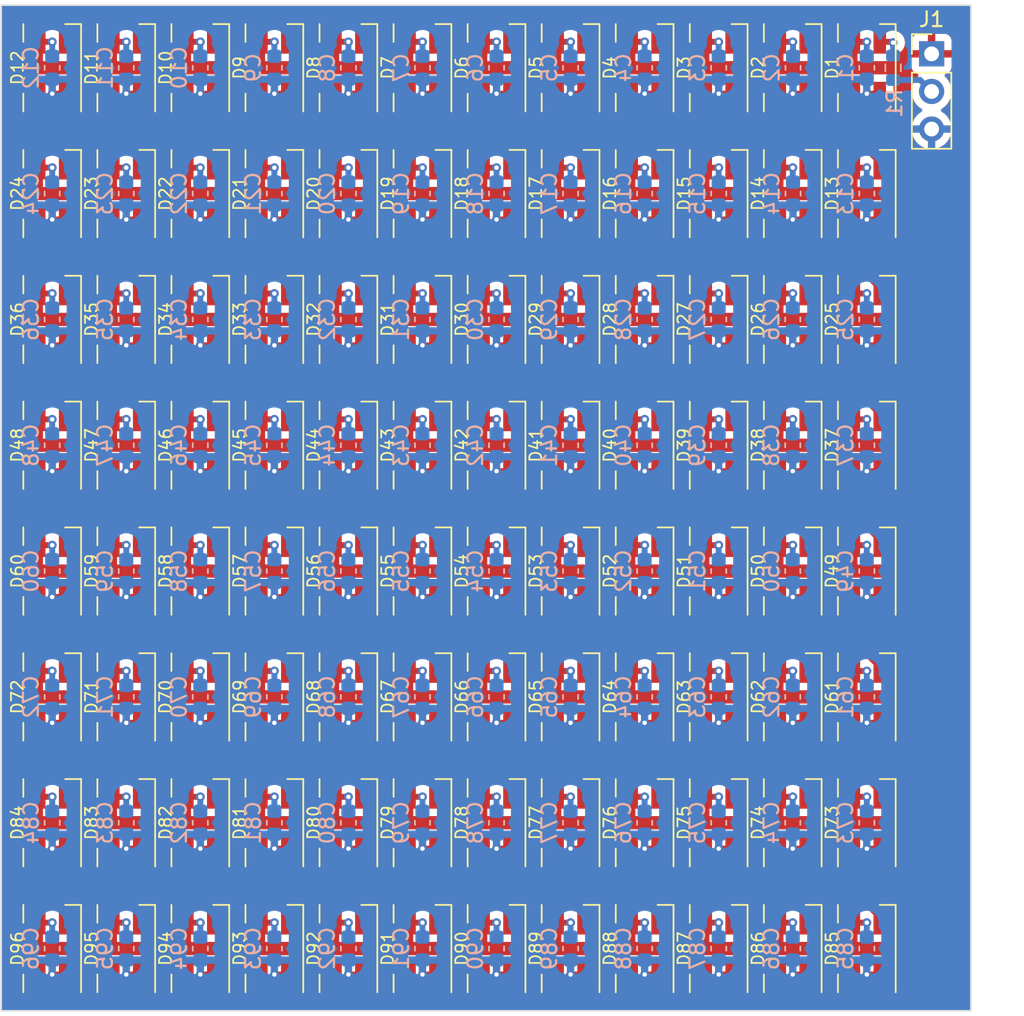
<source format=kicad_pcb>
(kicad_pcb (version 20240108) (generator "pcbnew") (generator_version "8.0")
  (layers (0 "F.Cu" signal) (31 "B.Cu" signal) (34 "B.Paste" user) (35 "F.Paste" user) (36 "B.SilkS" user "B.Silkscreen") (37 "F.SilkS" user "F.Silkscreen") (38 "B.Mask" user) (39 "F.Mask" user) (44 "Edge.Cuts" user))
  (net 0 "")
  (net 1 "+5V")
  (net 2 "GND")
  (net 3 "Net-(D1-DOUT)")
  (net 4 "Net-(D2-DOUT)")
  (net 5 "Net-(D3-DOUT)")
  (net 6 "Net-(D4-DOUT)")
  (net 7 "Net-(D5-DOUT)")
  (net 8 "Net-(D6-DOUT)")
  (net 9 "Net-(D7-DOUT)")
  (net 10 "Net-(D8-DOUT)")
  (net 11 "Net-(D10-DIN)")
  (net 12 "Net-(D10-DOUT)")
  (net 13 "Net-(D11-DOUT)")
  (net 14 "/row1/DIN")
  (net 15 "Net-(D13-DOUT)")
  (net 16 "Net-(D14-DOUT)")
  (net 17 "Net-(D15-DOUT)")
  (net 18 "Net-(D16-DOUT)")
  (net 19 "Net-(D17-DOUT)")
  (net 20 "Net-(D18-DOUT)")
  (net 21 "Net-(D19-DOUT)")
  (net 22 "Net-(D20-DOUT)")
  (net 23 "Net-(D21-DOUT)")
  (net 24 "Net-(D22-DOUT)")
  (net 25 "Net-(D23-DOUT)")
  (net 26 "/row1/DOUT")
  (net 27 "Net-(D25-DOUT)")
  (net 28 "/row3/DOUT")
  (net 29 "Net-(D26-DOUT)")
  (net 30 "Net-(D27-DOUT)")
  (net 31 "Net-(D28-DOUT)")
  (net 32 "Net-(D29-DOUT)")
  (net 33 "Net-(D30-DOUT)")
  (net 34 "Net-(D31-DOUT)")
  (net 35 "Net-(D32-DOUT)")
  (net 36 "Net-(D33-DOUT)")
  (net 37 "Net-(D34-DOUT)")
  (net 38 "Net-(D35-DOUT)")
  (net 39 "/row4/DOUT")
  (net 40 "Net-(D37-DOUT)")
  (net 41 "Net-(D38-DOUT)")
  (net 42 "Net-(D39-DOUT)")
  (net 43 "Net-(D40-DOUT)")
  (net 44 "Net-(D41-DOUT)")
  (net 45 "Net-(D42-DOUT)")
  (net 46 "Net-(D43-DOUT)")
  (net 47 "Net-(D44-DOUT)")
  (net 48 "Net-(D45-DOUT)")
  (net 49 "Net-(D46-DOUT)")
  (net 50 "Net-(D47-DOUT)")
  (net 51 "Net-(D49-DOUT)")
  (net 52 "/row5/DOUT")
  (net 53 "Net-(D50-DOUT)")
  (net 54 "Net-(D51-DOUT)")
  (net 55 "Net-(D52-DOUT)")
  (net 56 "Net-(D53-DOUT)")
  (net 57 "Net-(D54-DOUT)")
  (net 58 "Net-(D55-DOUT)")
  (net 59 "Net-(D56-DOUT)")
  (net 60 "Net-(D57-DOUT)")
  (net 61 "Net-(D58-DOUT)")
  (net 62 "Net-(D59-DOUT)")
  (net 63 "/row6/DOUT")
  (net 64 "Net-(D61-DOUT)")
  (net 65 "Net-(D62-DOUT)")
  (net 66 "Net-(D63-DOUT)")
  (net 67 "Net-(D64-DOUT)")
  (net 68 "Net-(D65-DOUT)")
  (net 69 "Net-(D66-DOUT)")
  (net 70 "Net-(D67-DOUT)")
  (net 71 "Net-(D68-DOUT)")
  (net 72 "Net-(D69-DOUT)")
  (net 73 "Net-(D70-DOUT)")
  (net 74 "Net-(D71-DOUT)")
  (net 75 "Net-(D73-DOUT)")
  (net 76 "/row7/DIN")
  (net 77 "Net-(D74-DOUT)")
  (net 78 "Net-(D75-DOUT)")
  (net 79 "Net-(D76-DOUT)")
  (net 80 "Net-(D77-DOUT)")
  (net 81 "Net-(D78-DOUT)")
  (net 82 "Net-(D79-DOUT)")
  (net 83 "Net-(D80-DOUT)")
  (net 84 "Net-(D81-DOUT)")
  (net 85 "Net-(D82-DOUT)")
  (net 86 "Net-(D83-DOUT)")
  (net 87 "/row7/DOUT")
  (net 88 "Net-(D85-DOUT)")
  (net 89 "Net-(D86-DOUT)")
  (net 90 "Net-(D87-DOUT)")
  (net 91 "Net-(D88-DOUT)")
  (net 92 "Net-(D89-DOUT)")
  (net 93 "Net-(D90-DOUT)")
  (net 94 "Net-(D91-DOUT)")
  (net 95 "Net-(D92-DOUT)")
  (net 96 "Net-(D93-DOUT)")
  (net 97 "Net-(D94-DOUT)")
  (net 98 "Net-(D95-DOUT)")
  (net 99 "Net-(J1-Pin_2)")
  (net 100 "/row2/DOUT")
  (footprint "local:LED_SK6812MINI_PLCC4_3.5x3.5mm_P1.75mm" (layer "F.Cu") (at 84.125 82.5 90)
    (property "Reference" "D63")
    (property "Value" "SK6812MINI")
  )
  (footprint "local:LED_SK6812MINI_PLCC4_3.5x3.5mm_P1.75mm" (layer "F.Cu") (at 94.125 91 90)
    (property "Reference" "D73")
    (property "Value" "SK6812MINI")
  )
  (footprint "local:LED_SK6812MINI_PLCC4_3.5x3.5mm_P1.75mm" (layer "F.Cu") (at 54.125 99.5 90)
    (property "Reference" "D93")
    (property "Value" "SK6812MINI")
  )
  (footprint "local:LED_SK6812MINI_PLCC4_3.5x3.5mm_P1.75mm" (layer "F.Cu") (at 49.125 40 90)
    (property "Reference" "D10")
    (property "Value" "SK6812MINI")
  )
  (footprint "local:LED_SK6812MINI_PLCC4_3.5x3.5mm_P1.75mm" (layer "F.Cu") (at 49.125 57 90)
    (property "Reference" "D34")
    (property "Value" "SK6812MINI")
  )
  (footprint "local:LED_SK6812MINI_PLCC4_3.5x3.5mm_P1.75mm" (layer "F.Cu") (at 39.125 57 90)
    (property "Reference" "D36")
    (property "Value" "SK6812MINI")
  )
  (footprint "local:LED_SK6812MINI_PLCC4_3.5x3.5mm_P1.75mm" (layer "F.Cu") (at 49.125 65.5 90)
    (property "Reference" "D46")
    (property "Value" "SK6812MINI")
  )
  (footprint "local:LED_SK6812MINI_PLCC4_3.5x3.5mm_P1.75mm" (layer "F.Cu") (at 44.125 40 90)
    (property "Reference" "D11")
    (property "Value" "SK6812MINI")
  )
  (footprint "local:LED_SK6812MINI_PLCC4_3.5x3.5mm_P1.75mm" (layer "F.Cu") (at 64.125 40 90)
    (property "Reference" "D7")
    (property "Value" "SK6812MINI")
  )
  (footprint "local:LED_SK6812MINI_PLCC4_3.5x3.5mm_P1.75mm" (layer "F.Cu") (at 74.125 74 90)
    (property "Reference" "D53")
    (property "Value" "SK6812MINI")
  )
  (footprint "local:LED_SK6812MINI_PLCC4_3.5x3.5mm_P1.75mm" (layer "F.Cu") (at 79.125 40 90)
    (property "Reference" "D4")
    (property "Value" "SK6812MINI")
  )
  (footprint "local:LED_SK6812MINI_PLCC4_3.5x3.5mm_P1.75mm" (layer "F.Cu") (at 39.125 48.5 90)
    (property "Reference" "D24")
    (property "Value" "SK6812MINI")
  )
  (footprint "local:LED_SK6812MINI_PLCC4_3.5x3.5mm_P1.75mm" (layer "F.Cu") (at 59.125 82.5 90)
    (property "Reference" "D68")
    (property "Value" "SK6812MINI")
  )
  (footprint "local:LED_SK6812MINI_PLCC4_3.5x3.5mm_P1.75mm" (layer "F.Cu") (at 44.125 57 90)
    (property "Reference" "D35")
    (property "Value" "SK6812MINI")
  )
  (footprint "local:LED_SK6812MINI_PLCC4_3.5x3.5mm_P1.75mm" (layer "F.Cu") (at 84.125 48.5 90)
    (property "Reference" "D15")
    (property "Value" "SK6812MINI")
  )
  (footprint "local:LED_SK6812MINI_PLCC4_3.5x3.5mm_P1.75mm" (layer "F.Cu") (at 39.125 82.5 90)
    (property "Reference" "D72")
    (property "Value" "SK6812MINI")
  )
  (footprint "local:LED_SK6812MINI_PLCC4_3.5x3.5mm_P1.75mm" (layer "F.Cu") (at 54.125 74 90)
    (property "Reference" "D57")
    (property "Value" "SK6812MINI")
  )
  (footprint "local:LED_SK6812MINI_PLCC4_3.5x3.5mm_P1.75mm" (layer "F.Cu") (at 44.125 82.5 90)
    (property "Reference" "D71")
    (property "Value" "SK6812MINI")
  )
  (footprint "local:LED_SK6812MINI_PLCC4_3.5x3.5mm_P1.75mm" (layer "F.Cu") (at 54.125 65.5 90)
    (property "Reference" "D45")
    (property "Value" "SK6812MINI")
  )
  (footprint "local:LED_SK6812MINI_PLCC4_3.5x3.5mm_P1.75mm" (layer "F.Cu") (at 44.125 91 90)
    (property "Reference" "D83")
    (property "Value" "SK6812MINI")
  )
  (footprint "local:LED_SK6812MINI_PLCC4_3.5x3.5mm_P1.75mm" (layer "F.Cu") (at 69.125 40 90)
    (property "Reference" "D6")
    (property "Value" "SK6812MINI")
  )
  (footprint "local:LED_SK6812MINI_PLCC4_3.5x3.5mm_P1.75mm" (layer "F.Cu") (at 54.125 48.5 90)
    (property "Reference" "D21")
    (property "Value" "SK6812MINI")
  )
  (footprint "local:LED_SK6812MINI_PLCC4_3.5x3.5mm_P1.75mm" (layer "F.Cu") (at 59.125 91 90)
    (property "Reference" "D80")
    (property "Value" "SK6812MINI")
  )
  (footprint "local:LED_SK6812MINI_PLCC4_3.5x3.5mm_P1.75mm" (layer "F.Cu") (at 94.125 82.5 90)
    (property "Reference" "D61")
    (property "Value" "SK6812MINI")
  )
  (footprint "local:LED_SK6812MINI_PLCC4_3.5x3.5mm_P1.75mm" (layer "F.Cu") (at 84.125 65.5 90)
    (property "Reference" "D39")
    (property "Value" "SK6812MINI")
  )
  (footprint "local:LED_SK6812MINI_PLCC4_3.5x3.5mm_P1.75mm" (layer "F.Cu") (at 74.125 99.5 90)
    (property "Reference" "D89")
    (property "Value" "SK6812MINI")
  )
  (footprint "local:LED_SK6812MINI_PLCC4_3.5x3.5mm_P1.75mm" (layer "F.Cu") (at 94.125 57 90)
    (property "Reference" "D25")
    (property "Value" "SK6812MINI")
  )
  (footprint "local:LED_SK6812MINI_PLCC4_3.5x3.5mm_P1.75mm" (layer "F.Cu") (at 69.125 91 90)
    (property "Reference" "D78")
    (property "Value" "SK6812MINI")
  )
  (footprint "local:LED_SK6812MINI_PLCC4_3.5x3.5mm_P1.75mm" (layer "F.Cu") (at 39.125 40 90)
    (property "Reference" "D12")
    (property "Value" "SK6812MINI")
  )
  (footprint "local:LED_SK6812MINI_PLCC4_3.5x3.5mm_P1.75mm" (layer "F.Cu") (at 94.125 65.5 90)
    (property "Reference" "D37")
    (property "Value" "SK6812MINI")
  )
  (footprint "local:LED_SK6812MINI_PLCC4_3.5x3.5mm_P1.75mm" (layer "F.Cu") (at 49.125 99.5 90)
    (property "Reference" "D94")
    (property "Value" "SK6812MINI")
  )
  (footprint "local:LED_SK6812MINI_PLCC4_3.5x3.5mm_P1.75mm" (layer "F.Cu") (at 69.125 48.5 90)
    (property "Reference" "D18")
    (property "Value" "SK6812MINI")
  )
  (footprint "local:LED_SK6812MINI_PLCC4_3.5x3.5mm_P1.75mm" (layer "F.Cu") (at 84.125 91 90)
    (property "Reference" "D75")
    (property "Value" "SK6812MINI")
  )
  (footprint "local:LED_SK6812MINI_PLCC4_3.5x3.5mm_P1.75mm" (layer "F.Cu") (at 39.125 65.5 90)
    (property "Reference" "D48")
    (property "Value" "SK6812MINI")
  )
  (footprint "local:LED_SK6812MINI_PLCC4_3.5x3.5mm_P1.75mm" (layer "F.Cu") (at 59.125 40 90)
    (property "Reference" "D8")
    (property "Value" "SK6812MINI")
  )
  (footprint "local:LED_SK6812MINI_PLCC4_3.5x3.5mm_P1.75mm" (layer "F.Cu") (at 74.125 82.5 90)
    (property "Reference" "D65")
    (property "Value" "SK6812MINI")
  )
  (footprint "local:LED_SK6812MINI_PLCC4_3.5x3.5mm_P1.75mm" (layer "F.Cu") (at 79.125 57 90)
    (property "Reference" "D28")
    (property "Value" "SK6812MINI")
  )
  (footprint "local:LED_SK6812MINI_PLCC4_3.5x3.5mm_P1.75mm" (layer "F.Cu") (at 44.125 74 90)
    (property "Reference" "D59")
    (property "Value" "SK6812MINI")
  )
  (footprint "local:LED_SK6812MINI_PLCC4_3.5x3.5mm_P1.75mm" (layer "F.Cu") (at 79.125 91 90)
    (property "Reference" "D76")
    (property "Value" "SK6812MINI")
  )
  (footprint "local:LED_SK6812MINI_PLCC4_3.5x3.5mm_P1.75mm" (layer "F.Cu") (at 59.125 99.5 90)
    (property "Reference" "D92")
    (property "Value" "SK6812MINI")
  )
  (footprint "local:LED_SK6812MINI_PLCC4_3.5x3.5mm_P1.75mm" (layer "F.Cu") (at 74.125 65.5 90)
    (property "Reference" "D41")
    (property "Value" "SK6812MINI")
  )
  (footprint "local:LED_SK6812MINI_PLCC4_3.5x3.5mm_P1.75mm" (layer "F.Cu") (at 79.125 48.5 90)
    (property "Reference" "D16")
    (property "Value" "SK6812MINI")
  )
  (footprint "local:LED_SK6812MINI_PLCC4_3.5x3.5mm_P1.75mm" (layer "F.Cu") (at 74.125 91 90)
    (property "Reference" "D77")
    (property "Value" "SK6812MINI")
  )
  (footprint "local:LED_SK6812MINI_PLCC4_3.5x3.5mm_P1.75mm" (layer "F.Cu") (at 94.125 74 90)
    (property "Reference" "D49")
    (property "Value" "SK6812MINI")
  )
  (footprint "local:LED_SK6812MINI_PLCC4_3.5x3.5mm_P1.75mm" (layer "F.Cu") (at 69.125 82.5 90)
    (property "Reference" "D66")
    (property "Value" "SK6812MINI")
  )
  (footprint "local:LED_SK6812MINI_PLCC4_3.5x3.5mm_P1.75mm" (layer "F.Cu") (at 59.125 48.5 90)
    (property "Reference" "D20")
    (property "Value" "SK6812MINI")
  )
  (footprint "local:LED_SK6812MINI_PLCC4_3.5x3.5mm_P1.75mm" (layer "F.Cu") (at 89.125 40 90)
    (property "Reference" "D2")
    (property "Value" "SK6812MINI")
  )
  (footprint "local:LED_SK6812MINI_PLCC4_3.5x3.5mm_P1.75mm" (layer "F.Cu") (at 64.125 57 90)
    (property "Reference" "D31")
    (property "Value" "SK6812MINI")
  )
  (footprint "local:LED_SK6812MINI_PLCC4_3.5x3.5mm_P1.75mm" (layer "F.Cu") (at 54.125 57 90)
    (property "Reference" "D33")
    (property "Value" "SK6812MINI")
  )
  (footprint "local:LED_SK6812MINI_PLCC4_3.5x3.5mm_P1.75mm" (layer "F.Cu") (at 74.125 57 90)
    (property "Reference" "D29")
    (property "Value" "SK6812MINI")
  )
  (footprint "Connector_PinHeader_2.54mm:PinHeader_1x03_P2.54mm_Vertical" (layer "F.Cu") (at 98.5 39.06)
    (property "Reference" "J1")
    (property "Value" "Conn_01x03_Pin")
  )
  (footprint "local:LED_SK6812MINI_PLCC4_3.5x3.5mm_P1.75mm" (layer "F.Cu") (at 49.125 48.5 90)
    (property "Reference" "D22")
    (property "Value" "SK6812MINI")
  )
  (footprint "local:LED_SK6812MINI_PLCC4_3.5x3.5mm_P1.75mm" (layer "F.Cu") (at 59.125 74 90)
    (property "Reference" "D56")
    (property "Value" "SK6812MINI")
  )
  (footprint "local:LED_SK6812MINI_PLCC4_3.5x3.5mm_P1.75mm" (layer "F.Cu") (at 64.125 99.5 90)
    (property "Reference" "D91")
    (property "Value" "SK6812MINI")
  )
  (footprint "local:LED_SK6812MINI_PLCC4_3.5x3.5mm_P1.75mm" (layer "F.Cu") (at 89.125 91 90)
    (property "Reference" "D74")
    (property "Value" "SK6812MINI")
  )
  (footprint "local:LED_SK6812MINI_PLCC4_3.5x3.5mm_P1.75mm" (layer "F.Cu") (at 79.125 74 90)
    (property "Reference" "D52")
    (property "Value" "SK6812MINI")
  )
  (footprint "local:LED_SK6812MINI_PLCC4_3.5x3.5mm_P1.75mm" (layer "F.Cu") (at 94.125 48.5 90)
    (property "Reference" "D13")
    (property "Value" "SK6812MINI")
  )
  (footprint "local:LED_SK6812MINI_PLCC4_3.5x3.5mm_P1.75mm" (layer "F.Cu") (at 89.125 48.5 90)
    (property "Reference" "D14")
    (property "Value" "SK6812MINI")
  )
  (footprint "local:LED_SK6812MINI_PLCC4_3.5x3.5mm_P1.75mm" (layer "F.Cu") (at 49.125 91 90)
    (property "Reference" "D82")
    (property "Value" "SK6812MINI")
  )
  (footprint "local:LED_SK6812MINI_PLCC4_3.5x3.5mm_P1.75mm" (layer "F.Cu") (at 49.125 82.5 90)
    (property "Reference" "D70")
    (property "Value" "SK6812MINI")
  )
  (footprint "local:LED_SK6812MINI_PLCC4_3.5x3.5mm_P1.75mm" (layer "F.Cu") (at 39.125 99.5 90)
    (property "Reference" "D96")
    (property "Value" "SK6812MINI")
  )
  (footprint "local:LED_SK6812MINI_PLCC4_3.5x3.5mm_P1.75mm" (layer "F.Cu") (at 39.125 74 90)
    (property "Reference" "D60")
    (property "Value" "SK6812MINI")
  )
  (footprint "local:LED_SK6812MINI_PLCC4_3.5x3.5mm_P1.75mm" (layer "F.Cu") (at 54.125 40 90)
    (property "Reference" "D9")
    (property "Value" "SK6812MINI")
  )
  (footprint "local:LED_SK6812MINI_PLCC4_3.5x3.5mm_P1.75mm" (layer "F.Cu") (at 44.125 48.5 90)
    (property "Reference" "D23")
    (property "Value" "SK6812MINI")
  )
  (footprint "local:LED_SK6812MINI_PLCC4_3.5x3.5mm_P1.75mm" (layer "F.Cu") (at 64.125 82.5 90)
    (property "Reference" "D67")
    (property "Value" "SK6812MINI")
  )
  (footprint "local:LED_SK6812MINI_PLCC4_3.5x3.5mm_P1.75mm" (layer "F.Cu") (at 59.125 57 90)
    (property "Reference" "D32")
    (property "Value" "SK6812MINI")
  )
  (footprint "local:LED_SK6812MINI_PLCC4_3.5x3.5mm_P1.75mm" (layer "F.Cu") (at 79.125 82.5 90)
    (property "Reference" "D64")
    (property "Value" "SK6812MINI")
  )
  (footprint "local:LED_SK6812MINI_PLCC4_3.5x3.5mm_P1.75mm" (layer "F.Cu") (at 39.125 91 90)
    (property "Reference" "D84")
    (property "Value" "SK6812MINI")
  )
  (footprint "local:LED_SK6812MINI_PLCC4_3.5x3.5mm_P1.75mm" (layer "F.Cu") (at 74.125 48.5 90)
    (property "Reference" "D17")
    (property "Value" "SK6812MINI")
  )
  (footprint "local:LED_SK6812MINI_PLCC4_3.5x3.5mm_P1.75mm" (layer "F.Cu") (at 44.125 65.5 90)
    (property "Reference" "D47")
    (property "Value" "SK6812MINI")
  )
  (footprint "local:LED_SK6812MINI_PLCC4_3.5x3.5mm_P1.75mm" (layer "F.Cu") (at 64.125 91 90)
    (property "Reference" "D79")
    (property "Value" "SK6812MINI")
  )
  (footprint "local:LED_SK6812MINI_PLCC4_3.5x3.5mm_P1.75mm" (layer "F.Cu") (at 64.125 65.5 90)
    (property "Reference" "D43")
    (property "Value" "SK6812MINI")
  )
  (footprint "local:LED_SK6812MINI_PLCC4_3.5x3.5mm_P1.75mm" (layer "F.Cu") (at 94.125 99.5 90)
    (property "Reference" "D85")
    (property "Value" "SK6812MINI")
  )
  (footprint "local:LED_SK6812MINI_PLCC4_3.5x3.5mm_P1.75mm" (layer "F.Cu") (at 89.125 57 90)
    (property "Reference" "D26")
    (property "Value" "SK6812MINI")
  )
  (footprint "local:LED_SK6812MINI_PLCC4_3.5x3.5mm_P1.75mm" (layer "F.Cu") (at 64.125 74 90)
    (property "Reference" "D55")
    (property "Value" "SK6812MINI")
  )
  (footprint "local:LED_SK6812MINI_PLCC4_3.5x3.5mm_P1.75mm" (layer "F.Cu") (at 84.125 74 90)
    (property "Reference" "D51")
    (property "Value" "SK6812MINI")
  )
  (footprint "local:LED_SK6812MINI_PLCC4_3.5x3.5mm_P1.75mm" (layer "F.Cu") (at 54.125 91 90)
    (property "Reference" "D81")
    (property "Value" "SK6812MINI")
  )
  (footprint "local:LED_SK6812MINI_PLCC4_3.5x3.5mm_P1.75mm" (layer "F.Cu") (at 64.125 48.5 90)
    (property "Reference" "D19")
    (property "Value" "SK6812MINI")
  )
  (footprint "local:LED_SK6812MINI_PLCC4_3.5x3.5mm_P1.75mm" (layer "F.Cu") (at 69.125 57 90)
    (property "Reference" "D30")
    (property "Value" "SK6812MINI")
  )
  (footprint "local:LED_SK6812MINI_PLCC4_3.5x3.5mm_P1.75mm" (layer "F.Cu") (at 84.125 99.5 90)
    (property "Reference" "D87")
    (property "Value" "SK6812MINI")
  )
  (footprint "local:LED_SK6812MINI_PLCC4_3.5x3.5mm_P1.75mm" (layer "F.Cu") (at 79.125 65.5 90)
    (property "Reference" "D40")
    (property "Value" "SK6812MINI")
  )
  (footprint "local:LED_SK6812MINI_PLCC4_3.5x3.5mm_P1.75mm" (layer "F.Cu") (at 69.125 65.5 90)
    (property "Reference" "D42")
    (property "Value" "SK6812MINI")
  )
  (footprint "local:LED_SK6812MINI_PLCC4_3.5x3.5mm_P1.75mm" (layer "F.Cu") (at 69.125 99.5 90)
    (property "Reference" "D90")
    (property "Value" "SK6812MINI")
  )
  (footprint "local:LED_SK6812MINI_PLCC4_3.5x3.5mm_P1.75mm" (layer "F.Cu") (at 59.125 65.5 90)
    (property "Reference" "D44")
    (property "Value" "SK6812MINI")
  )
  (footprint "local:LED_SK6812MINI_PLCC4_3.5x3.5mm_P1.75mm" (layer "F.Cu") (at 84.125 40 90)
    (property "Reference" "D3")
    (property "Value" "SK6812MINI")
  )
  (footprint "local:LED_SK6812MINI_PLCC4_3.5x3.5mm_P1.75mm" (layer "F.Cu") (at 74.125 40 90)
    (property "Reference" "D5")
    (property "Value" "SK6812MINI")
  )
  (footprint "local:LED_SK6812MINI_PLCC4_3.5x3.5mm_P1.75mm" (layer "F.Cu") (at 44.125 99.5 90)
    (property "Reference" "D95")
    (property "Value" "SK6812MINI")
  )
  (footprint "local:LED_SK6812MINI_PLCC4_3.5x3.5mm_P1.75mm" (layer "F.Cu") (at 89.125 82.5 90)
    (property "Reference" "D62")
    (property "Value" "SK6812MINI")
  )
  (footprint "local:LED_SK6812MINI_PLCC4_3.5x3.5mm_P1.75mm" (layer "F.Cu") (at 49.125 74 90)
    (property "Reference" "D58")
    (property "Value" "SK6812MINI")
  )
  (footprint "local:LED_SK6812MINI_PLCC4_3.5x3.5mm_P1.75mm" (layer "F.Cu") (at 89.125 74 90)
    (property "Reference" "D50")
    (property "Value" "SK6812MINI")
  )
  (footprint "local:LED_SK6812MINI_PLCC4_3.5x3.5mm_P1.75mm" (layer "F.Cu") (at 84.125 57 90)
    (property "Reference" "D27")
    (property "Value" "SK6812MINI")
  )
  (footprint "local:LED_SK6812MINI_PLCC4_3.5x3.5mm_P1.75mm" (layer "F.Cu") (at 94.125 40 90)
    (property "Reference" "D1")
    (property "Value" "SK6812MINI")
  )
  (footprint "local:LED_SK6812MINI_PLCC4_3.5x3.5mm_P1.75mm" (layer "F.Cu") (at 89.125 99.5 90)
    (property "Reference" "D86")
    (property "Value" "SK6812MINI")
  )
  (footprint "local:LED_SK6812MINI_PLCC4_3.5x3.5mm_P1.75mm" (layer "F.Cu") (at 89.125 65.5 90)
    (property "Reference" "D38")
    (property "Value" "SK6812MINI")
  )
  (footprint "local:LED_SK6812MINI_PLCC4_3.5x3.5mm_P1.75mm" (layer "F.Cu") (at 54.125 82.5 90)
    (property "Reference" "D69")
    (property "Value" "SK6812MINI")
  )
  (footprint "local:LED_SK6812MINI_PLCC4_3.5x3.5mm_P1.75mm" (layer "F.Cu") (at 79.125 99.5 90)
    (property "Reference" "D88")
    (property "Value" "SK6812MINI")
  )
  (footprint "local:LED_SK6812MINI_PLCC4_3.5x3.5mm_P1.75mm" (layer "F.Cu") (at 69.125 74 90)
    (property "Reference" "D54")
    (property "Value" "SK6812MINI")
  )
  (footprint "Capacitor_SMD:C_0603_1608Metric" (layer "B.Cu") (at 39.125 74 -90)
    (property "Reference" "C60")
    (property "Value" "10n")
  )
  (footprint "Capacitor_SMD:C_0603_1608Metric" (layer "B.Cu") (at 64.125 65.5 -90)
    (property "Reference" "C43")
    (property "Value" "10n")
  )
  (footprint "Capacitor_SMD:C_0603_1608Metric" (layer "B.Cu") (at 49.125 74 -90)
    (property "Reference" "C58")
    (property "Value" "10n")
  )
  (footprint "Capacitor_SMD:C_0603_1608Metric" (layer "B.Cu") (at 49.125 65.5 -90)
    (property "Reference" "C46")
    (property "Value" "10n")
  )
  (footprint "Capacitor_SMD:C_0603_1608Metric" (layer "B.Cu") (at 54.125 91 -90)
    (property "Reference" "C81")
    (property "Value" "10n")
  )
  (footprint "Capacitor_SMD:C_0603_1608Metric" (layer "B.Cu") (at 69.125 57 -90)
    (property "Reference" "C30")
    (property "Value" "10n")
  )
  (footprint "Capacitor_SMD:C_0603_1608Metric" (layer "B.Cu") (at 54.125 48.5 -90)
    (property "Reference" "C21")
    (property "Value" "10n")
  )
  (footprint "Capacitor_SMD:C_0603_1608Metric" (layer "B.Cu") (at 84.125 48.5 -90)
    (property "Reference" "C15")
    (property "Value" "10n")
  )
  (footprint "Capacitor_SMD:C_0603_1608Metric" (layer "B.Cu") (at 94.125 82.5 -90)
    (property "Reference" "C61")
    (property "Value" "10n")
  )
  (footprint "Capacitor_SMD:C_0603_1608Metric" (layer "B.Cu") (at 39.125 65.5 -90)
    (property "Reference" "C48")
    (property "Value" "10n")
  )
  (footprint "Capacitor_SMD:C_0603_1608Metric" (layer "B.Cu") (at 69.125 74 -90)
    (property "Reference" "C54")
    (property "Value" "10n")
  )
  (footprint "Capacitor_SMD:C_0603_1608Metric" (layer "B.Cu") (at 54.125 65.5 -90)
    (property "Reference" "C45")
    (property "Value" "10n")
  )
  (footprint "Capacitor_SMD:C_0603_1608Metric" (layer "B.Cu") (at 89.145 48.5 -90)
    (property "Reference" "C14")
    (property "Value" "10n")
  )
  (footprint "Capacitor_SMD:C_0603_1608Metric" (layer "B.Cu") (at 69.125 65.5 -90)
    (property "Reference" "C42")
    (property "Value" "10n")
  )
  (footprint "Capacitor_SMD:C_0603_1608Metric" (layer "B.Cu") (at 49.125 40 -90)
    (property "Reference" "C10")
    (property "Value" "10n")
  )
  (footprint "Capacitor_SMD:C_0603_1608Metric" (layer "B.Cu") (at 74.125 99.5 -90)
    (property "Reference" "C89")
    (property "Value" "10n")
  )
  (footprint "Capacitor_SMD:C_0603_1608Metric" (layer "B.Cu") (at 69.125 99.5 -90)
    (property "Reference" "C90")
    (property "Value" "10n")
  )
  (footprint "Capacitor_SMD:C_0603_1608Metric" (layer "B.Cu") (at 69.125 40 -90)
    (property "Reference" "C6")
    (property "Value" "10n")
  )
  (footprint "Capacitor_SMD:C_0603_1608Metric" (layer "B.Cu") (at 54.125 82.5 -90)
    (property "Reference" "C69")
    (property "Value" "10n")
  )
  (footprint "Capacitor_SMD:C_0603_1608Metric" (layer "B.Cu") (at 59.125 91 -90)
    (property "Reference" "C80")
    (property "Value" "10n")
  )
  (footprint "Capacitor_SMD:C_0603_1608Metric" (layer "B.Cu") (at 59.125 99.5 -90)
    (property "Reference" "C92")
    (property "Value" "10n")
  )
  (footprint "Capacitor_SMD:C_0603_1608Metric" (layer "B.Cu") (at 79.125 65.5 -90)
    (property "Reference" "C40")
    (property "Value" "10n")
  )
  (footprint "Capacitor_SMD:C_0603_1608Metric" (layer "B.Cu") (at 94.125 65.5 -90)
    (property "Reference" "C37")
    (property "Value" "10n")
  )
  (footprint "Capacitor_SMD:C_0603_1608Metric" (layer "B.Cu") (at 49.125 57 -90)
    (property "Reference" "C34")
    (property "Value" "10n")
  )
  (footprint "Capacitor_SMD:C_0603_1608Metric" (layer "B.Cu") (at 64.125 82.5 -90)
    (property "Reference" "C67")
    (property "Value" "10n")
  )
  (footprint "Capacitor_SMD:C_0603_1608Metric" (layer "B.Cu") (at 39.125 40 -90)
    (property "Reference" "C12")
    (property "Value" "10n")
  )
  (footprint "Capacitor_SMD:C_0603_1608Metric" (layer "B.Cu") (at 44.125 40 -90)
    (property "Reference" "C11")
    (property "Value" "10n")
  )
  (footprint "Capacitor_SMD:C_0603_1608Metric" (layer "B.Cu") (at 39.125 48.5 -90)
    (property "Reference" "C24")
    (property "Value" "10n")
  )
  (footprint "Capacitor_SMD:C_0603_1608Metric" (layer "B.Cu") (at 94.125 91 -90)
    (property "Reference" "C73")
    (property "Value" "10n")
  )
  (footprint "Capacitor_SMD:C_0603_1608Metric" (layer "B.Cu") (at 69.125 82.5 -90)
    (property "Reference" "C66")
    (property "Value" "10n")
  )
  (footprint "Capacitor_SMD:C_0603_1608Metric" (layer "B.Cu") (at 64.125 57 -90)
    (property "Reference" "C31")
    (property "Value" "10n")
  )
  (footprint "Capacitor_SMD:C_0603_1608Metric" (layer "B.Cu") (at 39.125 99.5 -90)
    (property "Reference" "C96")
    (property "Value" "10n")
  )
  (footprint "Capacitor_SMD:C_0603_1608Metric" (layer "B.Cu") (at 54.125 40 -90)
    (property "Reference" "C9")
    (property "Value" "10n")
  )
  (footprint "Capacitor_SMD:C_0603_1608Metric" (layer "B.Cu") (at 74.125 74 -90)
    (property "Reference" "C53")
    (property "Value" "10n")
  )
  (footprint "Capacitor_SMD:C_0603_1608Metric" (layer "B.Cu") (at 44.125 91 -90)
    (property "Reference" "C83")
    (property "Value" "10n")
  )
  (footprint "Capacitor_SMD:C_0603_1608Metric" (layer "B.Cu") (at 44.125 57 -90)
    (property "Reference" "C35")
    (property "Value" "10n")
  )
  (footprint "Capacitor_SMD:C_0603_1608Metric" (layer "B.Cu") (at 39.125 57 -90)
    (property "Reference" "C36")
    (property "Value" "10n")
  )
  (footprint "Capacitor_SMD:C_0603_1608Metric" (layer "B.Cu") (at 39.125 91 -90)
    (property "Reference" "C84")
    (property "Value" "10n")
  )
  (footprint "Capacitor_SMD:C_0603_1608Metric" (layer "B.Cu") (at 89.125 99.5 -90)
    (property "Reference" "C86")
    (property "Value" "10n")
  )
  (footprint "Capacitor_SMD:C_0603_1608Metric" (layer "B.Cu") (at 44.125 82.5 -90)
    (property "Reference" "C71")
    (property "Value" "10n")
  )
  (footprint "Capacitor_SMD:C_0603_1608Metric" (layer "B.Cu") (at 64.125 99.5 -90)
    (property "Reference" "C91")
    (property "Value" "10n")
  )
  (footprint "Capacitor_SMD:C_0603_1608Metric" (layer "B.Cu") (at 94.125 57 -90)
    (property "Reference" "C25")
    (property "Value" "10n")
  )
  (footprint "Capacitor_SMD:C_0603_1608Metric" (layer "B.Cu") (at 59.125 74 -90)
    (property "Reference" "C56")
    (property "Value" "10n")
  )
  (footprint "Capacitor_SMD:C_0603_1608Metric" (layer "B.Cu") (at 84.125 74 -90)
    (property "Reference" "C51")
    (property "Value" "10n")
  )
  (footprint "Capacitor_SMD:C_0603_1608Metric" (layer "B.Cu") (at 94.125 48.5 -90)
    (property "Reference" "C13")
    (property "Value" "10n")
  )
  (footprint "Capacitor_SMD:C_0603_1608Metric" (layer "B.Cu") (at 79.125 91 -90)
    (property "Reference" "C76")
    (property "Value" "10n")
  )
  (footprint "Capacitor_SMD:C_0603_1608Metric" (layer "B.Cu") (at 84.125 65.5 -90)
    (property "Reference" "C39")
    (property "Value" "10n")
  )
  (footprint "Capacitor_SMD:C_0603_1608Metric" (layer "B.Cu") (at 84.125 82.5 -90)
    (property "Reference" "C63")
    (property "Value" "10n")
  )
  (footprint "Capacitor_SMD:C_0603_1608Metric" (layer "B.Cu") (at 89.125 82.5 -90)
    (property "Reference" "C62")
    (property "Value" "10n")
  )
  (footprint "Capacitor_SMD:C_0603_1608Metric" (layer "B.Cu") (at 49.125 48.5 -90)
    (property "Reference" "C22")
    (property "Value" "10n")
  )
  (footprint "Capacitor_SMD:C_0603_1608Metric" (layer "B.Cu") (at 69.125 91 -90)
    (property "Reference" "C78")
    (property "Value" "10n")
  )
  (footprint "Capacitor_SMD:C_0603_1608Metric" (layer "B.Cu") (at 39.125 82.5 -90)
    (property "Reference" "C72")
    (property "Value" "10n")
  )
  (footprint "Capacitor_SMD:C_0603_1608Metric" (layer "B.Cu") (at 64.125 40 -90)
    (property "Reference" "C7")
    (property "Value" "10n")
  )
  (footprint "Capacitor_SMD:C_0603_1608Metric" (layer "B.Cu") (at 74.125 65.5 -90)
    (property "Reference" "C41")
    (property "Value" "10n")
  )
  (footprint "Capacitor_SMD:C_0603_1608Metric" (layer "B.Cu") (at 49.125 82.5 -90)
    (property "Reference" "C70")
    (property "Value" "10n")
  )
  (footprint "Capacitor_SMD:C_0603_1608Metric" (layer "B.Cu") (at 74.125 82.5 -90)
    (property "Reference" "C65")
    (property "Value" "10n")
  )
  (footprint "Capacitor_SMD:C_0603_1608Metric" (layer "B.Cu") (at 54.125 74 -90)
    (property "Reference" "C57")
    (property "Value" "10n")
  )
  (footprint "Capacitor_SMD:C_0603_1608Metric" (layer "B.Cu") (at 89.125 57 -90)
    (property "Reference" "C26")
    (property "Value" "10n")
  )
  (footprint "Capacitor_SMD:C_0603_1608Metric" (layer "B.Cu") (at 74.125 40 -90)
    (property "Reference" "C5")
    (property "Value" "10n")
  )
  (footprint "Capacitor_SMD:C_0603_1608Metric" (layer "B.Cu") (at 44.125 48.5 -90)
    (property "Reference" "C23")
    (property "Value" "10n")
  )
  (footprint "Capacitor_SMD:C_0603_1608Metric" (layer "B.Cu") (at 89.145 40 -90)
    (property "Reference" "C2")
    (property "Value" "10n")
  )
  (footprint "Capacitor_SMD:C_0603_1608Metric" (layer "B.Cu") (at 94.125 40 -90)
    (property "Reference" "C1")
    (property "Value" "10n")
  )
  (footprint "Capacitor_SMD:C_0603_1608Metric" (layer "B.Cu") (at 59.125 40 -90)
    (property "Reference" "C8")
    (property "Value" "10n")
  )
  (footprint "Capacitor_SMD:C_0603_1608Metric" (layer "B.Cu") (at 84.125 99.5 -90)
    (property "Reference" "C87")
    (property "Value" "10n")
  )
  (footprint "Capacitor_SMD:C_0603_1608Metric" (layer "B.Cu") (at 44.125 99.5 -90)
    (property "Reference" "C95")
    (property "Value" "10n")
  )
  (footprint "Capacitor_SMD:C_0603_1608Metric" (layer "B.Cu") (at 79.125 40 -90)
    (property "Reference" "C4")
    (property "Value" "10n")
  )
  (footprint "Capacitor_SMD:C_0603_1608Metric" (layer "B.Cu") (at 84.125 57 -90)
    (property "Reference" "C27")
    (property "Value" "10n")
  )
  (footprint "Capacitor_SMD:C_0603_1608Metric" (layer "B.Cu") (at 94.125 99.5 -90)
    (property "Reference" "C85")
    (property "Value" "10n")
  )
  (footprint "Capacitor_SMD:C_0603_1608Metric" (layer "B.Cu") (at 44.125 65.5 -90)
    (property "Reference" "C47")
    (property "Value" "10n")
  )
  (footprint "Capacitor_SMD:C_0603_1608Metric" (layer "B.Cu") (at 69.125 48.5 -90)
    (property "Reference" "C18")
    (property "Value" "10n")
  )
  (footprint "Capacitor_SMD:C_0603_1608Metric" (layer "B.Cu") (at 74.125 57 -90)
    (property "Reference" "C29")
    (property "Value" "10n")
  )
  (footprint "Capacitor_SMD:C_0603_1608Metric" (layer "B.Cu") (at 44.125 74 -90)
    (property "Reference" "C59")
    (property "Value" "10n")
  )
  (footprint "Capacitor_SMD:C_0603_1608Metric" (layer "B.Cu") (at 49.125 99.5 -90)
    (property "Reference" "C94")
    (property "Value" "10n")
  )
  (footprint "Capacitor_SMD:C_0603_1608Metric" (layer "B.Cu") (at 84.125 40 -90)
    (property "Reference" "C3")
    (property "Value" "10n")
  )
  (footprint "Capacitor_SMD:C_0603_1608Metric" (layer "B.Cu") (at 59.125 82.5 -90)
    (property "Reference" "C68")
    (property "Value" "10n")
  )
  (footprint "Capacitor_SMD:C_0603_1608Metric" (layer "B.Cu") (at 59.125 57 -90)
    (property "Reference" "C32")
    (property "Value" "10n")
  )
  (footprint "Capacitor_SMD:C_0603_1608Metric" (layer "B.Cu") (at 79.125 99.5 -90)
    (property "Reference" "C88")
    (property "Value" "10n")
  )
  (footprint "Capacitor_SMD:C_0603_1608Metric" (layer "B.Cu") (at 74.125 48.5 -90)
    (property "Reference" "C17")
    (property "Value" "10n")
  )
  (footprint "Capacitor_SMD:C_0603_1608Metric" (layer "B.Cu") (at 89.125 91 -90)
    (property "Reference" "C74")
    (property "Value" "10n")
  )
  (footprint "Resistor_SMD:R_0603_1608Metric" (layer "B.Cu") (at 95.9 40 90)
    (property "Reference" "R1")
    (property "Value" "100R")
  )
  (footprint "Capacitor_SMD:C_0603_1608Metric" (layer "B.Cu") (at 79.125 82.5 -90)
    (property "Reference" "C64")
    (property "Value" "10n")
  )
  (footprint "Capacitor_SMD:C_0603_1608Metric" (layer "B.Cu") (at 79.125 48.5 -90)
    (property "Reference" "C16")
    (property "Value" "10n")
  )
  (footprint "Capacitor_SMD:C_0603_1608Metric" (layer "B.Cu") (at 54.125 57 -90)
    (property "Reference" "C33")
    (property "Value" "10n")
  )
  (footprint "Capacitor_SMD:C_0603_1608Metric" (layer "B.Cu") (at 64.125 48.5 -90)
    (property "Reference" "C19")
    (property "Value" "10n")
  )
  (footprint "Capacitor_SMD:C_0603_1608Metric" (layer "B.Cu") (at 89.125 74 -90)
    (property "Reference" "C50")
    (property "Value" "10n")
  )
  (footprint "Capacitor_SMD:C_0603_1608Metric" (layer "B.Cu") (at 64.125 91 -90)
    (property "Reference" "C79")
    (property "Value" "10n")
  )
  (footprint "Capacitor_SMD:C_0603_1608Metric" (layer "B.Cu") (at 84.125 91 -90)
    (property "Reference" "C75")
    (property "Value" "10n")
  )
  (footprint "Capacitor_SMD:C_0603_1608Metric" (layer "B.Cu") (at 79.125 74 -90)
    (property "Reference" "C52")
    (property "Value" "10n")
  )
  (footprint "Capacitor_SMD:C_0603_1608Metric" (layer "B.Cu") (at 59.125 65.5 -90)
    (property "Reference" "C44")
    (property "Value" "10n")
  )
  (footprint "Capacitor_SMD:C_0603_1608Metric" (layer "B.Cu") (at 89.125 65.5 -90)
    (property "Reference" "C38")
    (property "Value" "10n")
  )
  (footprint "Capacitor_SMD:C_0603_1608Metric" (layer "B.Cu") (at 94.125 74 -90)
    (property "Reference" "C49")
    (property "Value" "10n")
  )
  (footprint "Capacitor_SMD:C_0603_1608Metric" (layer "B.Cu") (at 49.125 91 -90)
    (property "Reference" "C82")
    (property "Value" "10n")
  )
  (footprint "Capacitor_SMD:C_0603_1608Metric" (layer "B.Cu") (at 54.125 99.5 -90)
    (property "Reference" "C93")
    (property "Value" "10n")
  )
  (footprint "Capacitor_SMD:C_0603_1608Metric" (layer "B.Cu") (at 74.125 91 -90)
    (property "Reference" "C77")
    (property "Value" "10n")
  )
  (footprint "Capacitor_SMD:C_0603_1608Metric" (layer "B.Cu") (at 64.125 74 -90)
    (property "Reference" "C55")
    (property "Value" "10n")
  )
  (footprint "Capacitor_SMD:C_0603_1608Metric" (layer "B.Cu") (at 59.125 48.5 -90)
    (property "Reference" "C20")
    (property "Value" "10n")
  )
  (footprint "Capacitor_SMD:C_0603_1608Metric" (layer "B.Cu") (at 79.125 57 -90)
    (property "Reference" "C28")
    (property "Value" "10n")
  )
  (gr_rect (start 35.6875 35.775) (end 101.15 103.7) (stroke (width 0.1)) (fill none) (layer "Edge.Cuts"))
  (segment (start 58.25 80.75) (end 59.125 80.75) (width 0.4) (layer "F.Cu") (net 1))
  (segment (start 38.25 97.75) (end 39.125 97.75) (width 0.4) (layer "F.Cu") (net 1))
  (segment (start 48.25 63.75) (end 49.125 63.75) (width 0.4) (layer "F.Cu") (net 1))
  (segment (start 58.25 89.25) (end 59.125 89.25) (width 0.4) (layer "F.Cu") (net 1))
  (segment (start 58.25 38.25) (end 59.125 38.25) (width 0.4) (layer "F.Cu") (net 1))
  (segment (start 79.125 63.75) (end 78.25 63.75) (width 0.4) (layer "F.Cu") (net 1))
  (segment (start 83.25 89.25) (end 84.125 89.25) (width 0.4) (layer "F.Cu") (net 1))
  (segment (start 88.25 72.25) (end 89.125 72.25) (width 0.4) (layer "F.Cu") (net 1))
  (segment (start 53.25 38.25) (end 54.125 38.25) (width 0.4) (layer "F.Cu") (net 1))
  (segment (start 78.25 38.25) (end 79.125 38.25) (width 0.4) (layer "F.Cu") (net 1))
  (segment (start 68.25 80.75) (end 69.125 80.75) (width 0.4) (layer "F.Cu") (net 1))
  (segment (start 53.25 46.75) (end 54.125 46.75) (width 0.4) (layer "F.Cu") (net 1))
  (segment (start 53.25 97.75) (end 54.125 97.75) (width 0.4) (layer "F.Cu") (net 1))
  (segment (start 38.25 80.75) (end 39.125 80.75) (width 0.4) (layer "F.Cu") (net 1))
  (segment (start 68.25 55.25) (end 69.125 55.25) (width 0.4) (layer "F.Cu") (net 1))
  (segment (start 43.25 89.25) (end 44.125 89.25) (width 0.4) (layer "F.Cu") (net 1))
  (segment (start 63.25 97.75) (end 64.125 97.75) (width 0.4) (layer "F.Cu") (net 1))
  (segment (start 58.25 72.25) (end 59.125 72.25) (width 0.4) (layer "F.Cu") (net 1))
  (segment (start 53.25 55.25) (end 54.125 55.25) (width 0.4) (layer "F.Cu") (net 1))
  (segment (start 68.25 97.75) (end 69.125 97.75) (width 0.4) (layer "F.Cu") (net 1))
  (segment (start 48.25 55.25) (end 49.125 55.25) (width 0.4) (layer "F.Cu") (net 1))
  (segment (start 43.25 80.75) (end 44.125 80.75) (width 0.4) (layer "F.Cu") (net 1))
  (segment (start 53.25 80.75) (end 54.125 80.75) (width 0.4) (layer "F.Cu") (net 1))
  (segment (start 43.25 97.75) (end 44.125 97.75) (width 0.4) (layer "F.Cu") (net 1))
  (segment (start 68.25 63.75) (end 69.125 63.75) (width 0.4) (layer "F.Cu") (net 1))
  (segment (start 78.25 97.75) (end 79.125 97.75) (width 0.4) (layer "F.Cu") (net 1))
  (segment (start 38.25 89.25) (end 39.125 89.25) (width 0.4) (layer "F.Cu") (net 1))
  (segment (start 73.25 80.75) (end 74.125 80.75) (width 0.4) (layer "F.Cu") (net 1))
  (segment (start 89.125 97.75) (end 88.25 97.75) (width 0.4) (layer "F.Cu") (net 1))
  (segment (start 93.25 55.25) (end 94.125 55.25) (width 0.4) (layer "F.Cu") (net 1))
  (segment (start 73.25 72.25) (end 74.125 72.25) (width 0.4) (layer "F.Cu") (net 1))
  (segment (start 73.25 46.75) (end 74.125 46.75) (width 0.4) (layer "F.Cu") (net 1))
  (segment (start 83.25 46.75) (end 84.125 46.75) (width 0.4) (layer "F.Cu") (net 1))
  (segment (start 93.25 72.25) (end 94.125 72.25) (width 0.4) (layer "F.Cu") (net 1))
  (segment (start 94.125 97.75) (end 93.25 97.75) (width 0.4) (layer "F.Cu") (net 1))
  (segment (start 63.25 46.75) (end 64.125 46.75) (width 0.4) (layer "F.Cu") (net 1))
  (segment (start 68.25 72.25) (end 69.125 72.25) (width 0.4) (layer "F.Cu") (net 1))
  (segment (start 83.25 55.25) (end 84.125 55.25) (width 0.4) (layer "F.Cu") (net 1))
  (segment (start 58.25 55.25) (end 59.125 55.25) (width 0.4) (layer "F.Cu") (net 1))
  (segment (start 78.25 46.75) (end 79.125 46.75) (width 0.4) (layer "F.Cu") (net 1))
  (segment (start 48.25 72.25) (end 49.125 72.25) (width 0.4) (layer "F.Cu") (net 1))
  (segment (start 43.25 46.75) (end 44.125 46.75) (width 0.4) (layer "F.Cu") (net 1))
  (segment (start 48.25 89.25) (end 49.125 89.25) (width 0.4) (layer "F.Cu") (net 1))
  (segment (start 88.25 63.75) (end 89.125 63.75) (width 0.4) (layer "F.Cu") (net 1))
  (segment (start 53.25 72.25) (end 54.125 72.25) (width 0.4) (layer "F.Cu") (net 1))
  (segment (start 43.25 38.25) (end 44.125 38.25) (width 0.4) (layer "F.Cu") (net 1))
  (segment (start 48.25 38.25) (end 49.125 38.25) (width 0.4) (layer "F.Cu") (net 1))
  (segment (start 83.25 72.25) (end 84.125 72.25) (width 0.4) (layer "F.Cu") (net 1))
  (segment (start 93.25 80.75) (end 94.125 80.75) (width 0.4) (layer "F.Cu") (net 1))
  (segment (start 93.25 38.25) (end 94.125 38.25) (width 0.4) (layer "F.Cu") (net 1))
  (segment (start 83.25 63.75) (end 84.125 63.75) (width 0.4) (layer "F.Cu") (net 1))
  (segment (start 68.25 46.75) (end 69.125 46.75) (width 0.4) (layer "F.Cu") (net 1))
  (segment (start 93.25 63.75) (end 94.125 63.75) (width 0.4) (layer "F.Cu") (net 1))
  (segment (start 63.25 72.25) (end 64.125 72.25) (width 0.4) (layer "F.Cu") (net 1))
  (segment (start 43.25 72.25) (end 44.125 72.25) (width 0.4) (layer "F.Cu") (net 1))
  (segment (start 73.25 38.25) (end 74.125 38.25) (width 0.4) (layer "F.Cu") (net 1))
  (segment (start 43.25 55.25) (end 44.125 55.25) (width 0.4) (layer "F.Cu") (net 1))
  (segment (start 83.25 38.25) (end 84.125 38.25) (width 0.4) (layer "F.Cu") (net 1))
  (segment (start 38.25 72.25) (end 39.125 72.25) (width 0.4) (layer "F.Cu") (net 1))
  (segment (start 73.25 97.75) (end 74.125 97.75) (width 0.4) (layer "F.Cu") (net 1))
  (segment (start 53.25 63.75) (end 54.125 63.75) (width 0.4) (layer "F.Cu") (net 1))
  (segment (start 38.25 63.75) (end 39.125 63.75) (width 0.4) (layer "F.Cu") (net 1))
  (segment (start 63.25 55.25) (end 64.125 55.25) (width 0.4) (layer "F.Cu") (net 1))
  (segment (start 63.25 80.75) (end 64.125 80.75) (width 0.4) (layer "F.Cu") (net 1))
  (segment (start 73.25 89.25) (end 74.125 89.25) (width 0.4) (layer "F.Cu") (net 1))
  (segment (start 58.25 97.75) (end 59.125 97.75) (width 0.4) (layer "F.Cu") (net 1))
  (segment (start 48.25 97.75) (end 49.125 97.75) (width 0.4) (layer "F.Cu") (net 1))
  (segment (start 38.25 46.75) (end 39.125 46.75) (width 0.4) (layer "F.Cu") (net 1))
  (segment (start 88.25 55.25) (end 89.125 55.25) (width 0.4) (layer "F.Cu") (net 1))
  (segment (start 83.25 97.75) (end 84.125 97.75) (width 0.4) (layer "F.Cu") (net 1))
  (segment (start 58.25 46.75) (end 59.125 46.75) (width 0.4) (layer "F.Cu") (net 1))
  (segment (start 78.25 89.25) (end 79.125 89.25) (width 0.4) (layer "F.Cu") (net 1))
  (segment (start 93.25 46.75) (end 94.125 46.75) (width 0.4) (layer "F.Cu") (net 1))
  (segment (start 78.25 55.25) (end 79.125 55.25) (width 0.4) (layer "F.Cu") (net 1))
  (segment (start 43.25 63.75) (end 44.125 63.75) (width 0.4) (layer "F.Cu") (net 1))
  (segment (start 48.25 46.75) (end 49.125 46.75) (width 0.4) (layer "F.Cu") (net 1))
  (segment (start 93.25 89.25) (end 94.125 89.25) (width 0.4) (layer "F.Cu") (net 1))
  (segment (start 78.25 80.75) (end 79.125 80.75) (width 0.4) (layer "F.Cu") (net 1))
  (segment (start 63.25 89.25) (end 64.125 89.25) (width 0.4) (layer "F.Cu") (net 1))
  (segment (start 58.25 63.75) (end 59.125 63.75) (width 0.4) (layer "F.Cu") (net 1))
  (segment (start 63.25 63.75) (end 64.125 63.75) (width 0.4) (layer "F.Cu") (net 1))
  (segment (start 53.25 89.25) (end 54.125 89.25) (width 0.4) (layer "F.Cu") (net 1))
  (segment (start 88.25 80.75) (end 89.125 80.75) (width 0.4) (layer "F.Cu") (net 1))
  (segment (start 88.25 38.25) (end 89.125 38.25) (width 0.4) (layer "F.Cu") (net 1))
  (segment (start 83.25 80.75) (end 84.125 80.75) (width 0.4) (layer "F.Cu") (net 1))
  (segment (start 63.25 38.25) (end 64.125 38.25) (width 0.4) (layer "F.Cu") (net 1))
  (segment (start 38.25 55.25) (end 39.125 55.25) (width 0.4) (layer "F.Cu") (net 1))
  (segment (start 38.25 38.25) (end 39.125 38.25) (width 0.4) (layer "F.Cu") (net 1))
  (segment (start 68.25 89.25) (end 69.125 89.25) (width 0.4) (layer "F.Cu") (net 1))
  (segment (start 48.25 80.75) (end 49.125 80.75) (width 0.4) (layer "F.Cu") (net 1))
  (segment (start 73.25 63.75) (end 74.125 63.75) (width 0.4) (layer "F.Cu") (net 1))
  (segment (start 78.25 72.25) (end 79.125 72.25) (width 0.4) (layer "F.Cu") (net 1))
  (segment (start 68.25 38.25) (end 69.125 38.25) (width 0.4) (layer "F.Cu") (net 1))
  (segment (start 73.25 55.25) (end 74.125 55.25) (width 0.4) (layer "F.Cu") (net 1))
  (segment (start 88.25 89.25) (end 89.125 89.25) (width 0.4) (layer "F.Cu") (net 1))
  (segment (start 88.25 46.75) (end 89.125 46.75) (width 0.4) (layer "F.Cu") (net 1))
  (via (at 44.125 55.25) (size 0.6) (drill 0.3) (layers "F.Cu" "B.Cu") (net 1))
  (via (at 74.125 38.25) (size 0.6) (drill 0.3) (layers "F.Cu" "B.Cu") (net 1))
  (via (at 69.125 55.25) (size 0.6) (drill 0.3) (layers "F.Cu" "B.Cu") (net 1))
  (via (at 94.125 63.75) (size 0.6) (drill 0.3) (layers "F.Cu" "B.Cu") (net 1))
  (via (at 64.125 55.25) (size 0.6) (drill 0.3) (layers "F.Cu" "B.Cu") (net 1))
  (via (at 64.125 97.75) (size 0.6) (drill 0.3) (layers "F.Cu" "B.Cu") (net 1))
  (via (at 84.125 80.75) (size 0.6) (drill 0.3) (layers "F.Cu" "B.Cu") (net 1))
  (via (at 54.125 46.75) (size 0.6) (drill 0.3) (layers "F.Cu" "B.Cu") (net 1))
  (via (at 54.125 97.75) (size 0.6) (drill 0.3) (layers "F.Cu" "B.Cu") (net 1))
  (via (at 89.125 46.75) (size 0.6) (drill 0.3) (layers "F.Cu" "B.Cu") (net 1))
  (via (at 54.125 38.25) (size 0.6) (drill 0.3) (layers "F.Cu" "B.Cu") (net 1))
  (via (at 39.125 89.25) (size 0.6) (drill 0.3) (layers "F.Cu" "B.Cu") (net 1))
  (via (at 79.125 38.25) (size 0.6) (drill 0.3) (layers "F.Cu" "B.Cu") (net 1))
  (via (at 59.125 55.25) (size 0.6) (drill 0.3) (layers "F.Cu" "B.Cu") (net 1))
  (via (at 39.125 72.25) (size 0.6) (drill 0.3) (layers "F.Cu" "B.Cu") (net 1))
  (via (at 84.125 46.75) (size 0.6) (drill 0.3) (layers "F.Cu" "B.Cu") (net 1))
  (via (at 54.125 72.25) (size 0.6) (drill 0.3) (layers "F.Cu" "B.Cu") (net 1))
  (via (at 74.125 72.25) (size 0.6) (drill 0.3) (layers "F.Cu" "B.Cu") (net 1))
  (via (at 79.125 46.75) (size 0.6) (drill 0.3) (layers "F.Cu" "B.Cu") (net 1))
  (via (at 94.125 97.75) (size 0.6) (drill 0.3) (layers "F.Cu" "B.Cu") (net 1))
  (via (at 89.125 80.75) (size 0.6) (drill 0.3) (layers "F.Cu" "B.Cu") (net 1))
  (via (at 64.125 46.75) (size 0.6) (drill 0.3) (layers "F.Cu" "B.Cu") (net 1))
  (via (at 84.125 38.25) (size 0.6) (drill 0.3) (layers "F.Cu" "B.Cu") (net 1))
  (via (at 39.125 46.75) (size 0.6) (drill 0.3) (layers "F.Cu" "B.Cu") (net 1))
  (via (at 44.125 46.75) (size 0.6) (drill 0.3) (layers "F.Cu" "B.Cu") (net 1))
  (via (at 64.125 89.25) (size 0.6) (drill 0.3) (layers "F.Cu" "B.Cu") (net 1))
  (via (at 59.125 80.75) (size 0.6) (drill 0.3) (layers "F.Cu" "B.Cu") (net 1))
  (via (at 54.125 55.25) (size 0.6) (drill 0.3) (layers "F.Cu" "B.Cu") (net 1))
  (via (at 69.125 89.25) (size 0.6) (drill 0.3) (layers "F.Cu" "B.Cu") (net 1))
  (via (at 74.125 46.75) (size 0.6) (drill 0.3) (layers "F.Cu" "B.Cu") (net 1))
  (via (at 44.125 63.75) (size 0.6) (drill 0.3) (layers "F.Cu" "B.Cu") (net 1))
  (via (at 89.125 55.25) (size 0.6) (drill 0.3) (layers "F.Cu" "B.Cu") (net 1))
  (via (at 39.125 97.75) (size 0.6) (drill 0.3) (layers "F.Cu" "B.Cu") (net 1))
  (via (at 79.125 89.25) (size 0.6) (drill 0.3) (layers "F.Cu" "B.Cu") (net 1))
  (via (at 64.125 72.25) (size 0.6) (drill 0.3) (layers "F.Cu" "B.Cu") (net 1))
  (via (at 89.125 89.25) (size 0.6) (drill 0.3) (layers "F.Cu" "B.Cu") (net 1))
  (via (at 69.125 46.75) (size 0.6) (drill 0.3) (layers "F.Cu" "B.Cu") (net 1))
  (via (at 94.125 38.25) (size 0.6) (drill 0.3) (layers "F.Cu" "B.Cu") (net 1))
  (via (at 44.125 38.25) (size 0.6) (drill 0.3) (layers "F.Cu" "B.Cu") (net 1))
  (via (at 49.125 38.25) (size 0.6) (drill 0.3) (layers "F.Cu" "B.Cu") (net 1))
  (via (at 74.125 63.75) (size 0.6) (drill 0.3) (layers "F.Cu" "B.Cu") (net 1))
  (via (at 44.125 72.25) (size 0.6) (drill 0.3) (layers "F.Cu" "B.Cu") (net 1))
  (via (at 59.125 89.25) (size 0.6) (drill 0.3) (layers "F.Cu" "B.Cu") (net 1))
  (via (at 49.125 46.75) (size 0.6) (drill 0.3) (layers "F.Cu" "B.Cu") (net 1))
  (via (at 84.125 55.25) (size 0.6) (drill 0.3) (layers "F.Cu" "B.Cu") (net 1))
  (via (at 49.125 89.25) (size 0.6) (drill 0.3) (layers "F.Cu" "B.Cu") (net 1))
  (via (at 49.125 97.75) (size 0.6) (drill 0.3) (layers "F.Cu" "B.Cu") (net 1))
  (via (at 79.125 55.25) (size 0.6) (drill 0.3) (layers "F.Cu" "B.Cu") (net 1))
  (via (at 89.125 63.75) (size 0.6) (drill 0.3) (layers "F.Cu" "B.Cu") (net 1))
  (via (at 84.125 72.25) (size 0.6) (drill 0.3) (layers "F.Cu" "B.Cu") (net 1))
  (via (at 94.125 80.75) (size 0.6) (drill 0.3) (layers "F.Cu" "B.Cu") (net 1))
  (via (at 49.125 72.25) (size 0.6) (drill 0.3) (layers "F.Cu" "B.Cu") (net 1))
  (via (at 59.125 72.25) (size 0.6) (drill 0.3) (layers "F.Cu" "B.Cu") (net 1))
  (via (at 69.125 63.75) (size 0.6) (drill 0.3) (layers "F.Cu" "B.Cu") (net 1))
  (via (at 59.125 38.25) (size 0.6) (drill 0.3) (layers "F.Cu" "B.Cu") (net 1))
  (via (at 49.125 80.75) (size 0.6) (drill 0.3) (layers "F.Cu" "B.Cu") (net 1))
  (via (at 54.125 63.75) (size 0.6) (drill 0.3) (layers "F.Cu" "B.Cu") (net 1))
  (via (at 79.125 80.75) (size 0.6) (drill 0.3) (layers "F.Cu" "B.Cu") (net 1))
  (via (at 69.125 97.75) (size 0.6) (drill 0.3) (layers "F.Cu" "B.Cu") (net 1))
  (via (at 74.125 89.25) (size 0.6) (drill 0.3) (layers "F.Cu" "B.Cu") (net 1))
  (via (at 59.125 46.75) (size 0.6) (drill 0.3) (layers "F.Cu" "B.Cu") (net 1))
  (via (at 94.125 72.25) (size 0.6) (drill 0.3) (layers "F.Cu" "B.Cu") (net 1))
  (via (at 74.125 97.75) (size 0.6) (drill 0.3) (layers "F.Cu" "B.Cu") (net 1))
  (via (at 49.125 55.25) (size 0.6) (drill 0.3) (layers "F.Cu" "B.Cu") (net 1))
  (via (at 84.125 63.75) (size 0.6) (drill 0.3) (layers "F.Cu" "B.Cu") (net 1))
  (via (at 44.125 97.75) (size 0.6) (drill 0.3) (layers "F.Cu" "B.Cu") (net 1))
  (via (at 64.125 63.75) (size 0.6) (drill 0.3) (layers "F.Cu" "B.Cu") (net 1))
  (via (at 79.125 72.25) (size 0.6) (drill 0.3) (layers "F.Cu" "B.Cu") (net 1))
  (via (at 39.125 80.75) (size 0.6) (drill 0.3) (layers "F.Cu" "B.Cu") (net 1))
  (via (at 59.125 97.75) (size 0.6) (drill 0.3) (layers "F.Cu" "B.Cu") (net 1))
  (via (at 44.125 89.25) (size 0.6) (drill 0.3) (layers "F.Cu" "B.Cu") (net 1))
  (via (at 59.125 63.75) (size 0.6) (drill 0.3) (layers "F.Cu" "B.Cu") (net 1))
  (via (at 69.125 38.25) (size 0.6) (drill 0.3) (layers "F.Cu" "B.Cu") (net 1))
  (via (at 39.125 38.25) (size 0.6) (drill 0.3) (layers "F.Cu" "B.Cu") (net 1))
  (via (at 94.125 46.75) (size 0.6) (drill 0.3) (layers "F.Cu" "B.Cu") (net 1))
  (via (at 84.125 97.75) (size 0.6) (drill 0.3) (layers "F.Cu" "B.Cu") (net 1))
  (via (at 84.125 89.25) (size 0.6) (drill 0.3) (layers "F.Cu" "B.Cu") (net 1))
  (via (at 54.125 80.75) (size 0.6) (drill 0.3) (layers "F.Cu" "B.Cu") (net 1))
  (via (at 49.125 63.75) (size 0.6) (drill 0.3) (layers "F.Cu" "B.Cu") (net 1))
  (via (at 94.125 55.25) (size 0.6) (drill 0.3) (layers "F.Cu" "B.Cu") (net 1))
  (via (at 44.125 80.75) (size 0.6) (drill 0.3) (layers "F.Cu" "B.Cu") (net 1))
  (via (at 64.125 80.75) (size 0.6) (drill 0.3) (layers "F.Cu" "B.Cu") (net 1))
  (via (at 69.125 80.75) (size 0.6) (drill 0.3) (layers "F.Cu" "B.Cu") (net 1))
  (via (at 39.125 55.25) (size 0.6) (drill 0.3) (layers "F.Cu" "B.Cu") (net 1))
  (via (at 54.125 89.25) (size 0.6) (drill 0.3) (layers "F.Cu" "B.Cu") (net 1))
  (via (at 69.125 72.25) (size 0.6) (drill 0.3) (layers "F.Cu" "B.Cu") (net 1))
  (via (at 89.125 72.25) (size 0.6) (drill 0.3) (layers "F.Cu" "B.Cu") (net 1))
  (via (at 89.125 38.25) (size 0.6) (drill 0.3) (layers "F.Cu" "B.Cu") (net 1))
  (via (at 39.125 63.75) (size 0.6) (drill 0.3) (layers "F.Cu" "B.Cu") (net 1))
  (via (at 89.125 97.75) (size 0.6) (drill 0.3) (layers "F.Cu" "B.Cu") (net 1))
  (via (at 74.125 55.25) (size 0.6) (drill 0.3) (layers "F.Cu" "B.Cu") (net 1))
  (via (at 74.125 80.75) (size 0.6) (drill 0.3) (layers "F.Cu" "B.Cu") (net 1))
  (via (at 64.125 38.25) (size 0.6) (drill 0.3) (layers "F.Cu" "B.Cu") (net 1))
  (via (at 94.125 89.25) (size 0.6) (drill 0.3) (layers "F.Cu" "B.Cu") (net 1))
  (via (at 79.125 97.75) (size 0.6) (drill 0.3) (layers "F.Cu" "B.Cu") (net 1))
  (via (at 79.125 63.75) (size 0.6) (drill 0.3) (layers "F.Cu" "B.Cu") (net 1))
  (segment (start 69.125 47.725) (end 69.125 46.75) (width 0.4) (layer "B.Cu") (net 1))
  (segment (start 94.125 55.25) (end 94.125 56.225) (width 0.4) (layer "B.Cu") (net 1))
  (segment (start 39.125 56.225) (end 39.125 55.25) (width 0.4) (layer "B.Cu") (net 1))
  (segment (start 64.125 89.25) (end 64.125 90.225) (width 0.4) (layer "B.Cu") (net 1))
  (segment (start 59.125 97.75) (end 59.125 98.725) (width 0.4) (layer "B.Cu") (net 1))
  (segment (start 79.125 55.25) (end 79.125 56.225) (width 0.4) (layer "B.Cu") (net 1))
  (segment (start 44.125 97.75) (end 44.125 98.725) (width 0.4) (layer "B.Cu") (net 1))
  (segment (start 74.125 72.25) (end 74.125 73.225) (width 0.4) (layer "B.Cu") (net 1))
  (segment (start 94.125 89.25) (end 94.125 90.225) (width 0.4) (layer "B.Cu") (net 1))
  (segment (start 79.125 46.75) (end 79.125 47.725) (width 0.4) (layer "B.Cu") (net 1))
  (segment (start 54.125 47.725) (end 54.125 46.75) (width 0.4) (layer "B.Cu") (net 1))
  (segment (start 54.125 97.75) (end 54.125 98.725) (width 0.4) (layer "B.Cu") (net 1))
  (segment (start 64.125 72.25) (end 64.125 73.225) (width 0.4) (layer "B.Cu") (net 1))
  (segment (start 54.125 89.25) (end 54.125 90.225) (width 0.4) (layer "B.Cu") (net 1))
  (segment (start 39.125 47.725) (end 39.125 46.75) (width 0.4) (layer "B.Cu") (net 1))
  (segment (start 64.125 97.75) (end 64.125 98.725) (width 0.4) (layer "B.Cu") (net 1))
  (segment (start 74.125 46.75) (end 74.125 47.725) (width 0.4) (layer "B.Cu") (net 1))
  (segment (start 39.125 98.725) (end 39.125 97.75) (width 0.4) (layer "B.Cu") (net 1))
  (segment (start 89.125 46.75) (end 89.125 47.705) (width 0.4) (layer "B.Cu") (net 1))
  (segment (start 64.125 63.75) (end 64.125 64.725) (width 0.4) (layer "B.Cu") (net 1))
  (segment (start 74.125 89.25) (end 74.125 90.225) (width 0.4) (layer "B.Cu") (net 1))
  (segment (start 69.125 97.75) (end 69.125 98.725) (width 0.4) (layer "B.Cu") (net 1))
  (segment (start 44.125 89.25) (end 44.125 90.225) (width 0.4) (layer "B.Cu") (net 1))
  (segment (start 49.125 72.25) (end 49.125 73.225) (width 0.4) (layer "B.Cu") (net 1))
  (segment (start 89.125 81.725) (end 89.125 80.75) (width 0.4) (layer "B.Cu") (net 1))
  (segment (start 64.125 47.725) (end 64.125 46.75) (width 0.4) (layer "B.Cu") (net 1))
  (segment (start 44.125 80.75) (end 44.125 81.725) (width 0.4) (layer "B.Cu") (net 1))
  (segment (start 79.125 81.725) (end 79.125 80.75) (width 0.4) (layer "B.Cu") (net 1))
  (segment (start 89.145 39.225) (end 89.145 38.27) (width 0.4) (layer "B.Cu") (net 1))
  (segment (start 84.125 89.25) (end 84.125 90.225) (width 0.4) (layer "B.Cu") (net 1))
  (segment (start 39.125 64.725) (end 39.125 63.75) (width 0.4) (layer "B.Cu") (net 1))
  (segment (start 49.125 63.75) (end 49.125 64.725) (width 0.4) (layer "B.Cu") (net 1))
  (segment (start 59.125 89.25) (end 59.125 90.225) (width 0.4) (layer "B.Cu") (net 1))
  (segment (start 59.125 39.225) (end 59.125 38.25) (width 0.4) (layer "B.Cu") (net 1))
  (segment (start 59.125 56.225) (end 59.125 55.25) (width 0.4) (layer "B.Cu") (net 1))
  (segment (start 54.125 56.225) (end 54.125 55.25) (width 0.4) (layer "B.Cu") (net 1))
  (segment (start 44.125 73.225) (end 44.125 72.25) (width 0.4) (layer "B.Cu") (net 1))
  (segment (start 39.125 89.25) (end 39.125 90.225) (width 0.4) (layer "B.Cu") (net 1))
  (segment (start 49.125 39.225) (end 49.125 38.25) (width 0.4) (layer "B.Cu") (net 1))
  (segment (start 64.125 80.75) (end 64.125 81.725) (width 0.4) (layer "B.Cu") (net 1))
  (segment (start 79.125 89.25) (end 79.125 90.225) (width 0.4) (layer "B.Cu") (net 1))
  (segment (start 59.125 80.75) (end 59.125 81.725) (width 0.4) (layer "B.Cu") (net 1))
  (segment (start 94.125 72.25) (end 94.125 73.225) (width 0.4) (layer "B.Cu") (net 1))
  (segment (start 84.125 46.75) (end 84.125 47.725) (width 0.4) (layer "B.Cu") (net 1))
  (segment (start 94.125 97.75) (end 94.125 98.725) (width 0.4) (layer "B.Cu") (net 1))
  (segment (start 44.125 39.225) (end 44.125 38.25) (width 0.4) (layer "B.Cu") (net 1))
  (segment (start 89.125 63.75) (end 89.125 64.725) (width 0.4) (layer "B.Cu") (net 1))
  (segment (start 89.125 97.75) (end 89.125 98.725) (width 0.4) (layer "B.Cu") (net 1))
  (segment (start 79.125 97.75) (end 79.125 98.725) (width 0.4) (layer "B.Cu") (net 1))
  (segment (start 69.125 39.225) (end 69.125 38.25) (width 0.4) (layer "B.Cu") (net 1))
  (segment (start 39.125 73.225) (end 39.125 72.25) (width 0.4) (layer "B.Cu") (net 1))
  (segment (start 89.125 47.705) (end 89.145 47.725) (width 0.4) (layer "B.Cu") (net 1))
  (segment (start 44.125 47.725) (end 44.125 46.75) (width 0.4) (layer "B.Cu") (net 1))
  (segment (start 94.125 63.75) (end 94.125 64.725) (width 0.4) (layer "B.Cu") (net 1))
  (segment (start 84.125 72.25) (end 84.125 73.225) (width 0.4) (layer "B.Cu") (net 1))
  (segment (start 64.125 39.225) (end 64.125 38.25) (width 0.4) (layer "B.Cu") (net 1))
  (segment (start 69.125 72.25) (end 69.125 73.225) (width 0.4) (layer "B.Cu") (net 1))
  (segment (start 84.125 55.25) (end 84.125 56.225) (width 0.4) (layer "B.Cu") (net 1))
  (segment (start 69.125 56.225) (end 69.125 55.25) (width 0.4) (layer "B.Cu") (net 1))
  (segment (start 94.125 80.75) (end 94.125 81.725) (width 0.4) (layer "B.Cu") (net 1))
  (segment (start 94.125 46.75) (end 94.125 47.725) (width 0.4) (layer "B.Cu") (net 1))
  (segment (start 79.125 72.25) (end 79.125 73.225) (width 0.4) (layer "B.Cu") (net 1))
  (segment (start 49.125 56.225) (end 49.125 55.25) (width 0.4) (layer "B.Cu") (net 1))
  (segment (start 54.125 39.225) (end 54.125 38.25) (width 0.4) (layer "B.Cu") (net 1))
  (segment (start 39.125 39.225) (end 39.125 38.25) (width 0.4) (layer "B.Cu") (net 1))
  (segment (start 74.125 55.25) (end 74.125 56.225) (width 0.4) (layer "B.Cu") (net 1))
  (segment (start 49.125 47.725) (end 49.125 46.75) (width 0.4) (layer "B.Cu") (net 1))
  (segment (start 79.125 63.75) (end 79.125 64.725) (width 0.4) (layer "B.Cu") (net 1))
  (segment (start 69.125 89.25) (end 69.125 90.225) (width 0.4) (layer "B.Cu") (net 1))
  (segment (start 89.145 38.27) (end 89.125 38.25) (width 0.4) (layer "B.Cu") (net 1))
  (segment (start 49.125 89.25) (end 49.125 90.225) (width 0.4) (layer "B.Cu") (net 1))
  (segment (start 84.125 63.75) (end 84.125 64.725) (width 0.4) (layer "B.Cu") (net 1))
  (segment (start 89.125 55.25) (end 89.125 56.225) (width 0.4) (layer "B.Cu") (net 1))
  (segment (start 44.125 63.75) (end 44.125 64.725) (width 0.4) (layer "B.Cu") (net 1))
  (segment (start 44.125 56.225) (end 44.125 55.25) (width 0.4) (layer "B.Cu") (net 1))
  (segment (start 64.125 56.225) (end 64.125 55.25) (width 0.4) (layer "B.Cu") (net 1))
  (segment (start 74.125 80.75) (end 74.125 81.725) (width 0.4) (layer "B.Cu") (net 1))
  (segment (start 49.125 80.75) (end 49.125 81.725) (width 0.4) (layer "B.Cu") (net 1))
  (segment (start 54.125 72.25) (end 54.125 73.225) (width 0.4) (layer "B.Cu") (net 1))
  (segment (start 74.125 63.75) (end 74.125 64.725) (width 0.4) (layer "B.Cu") (net 1))
  (segment (start 59.125 63.75) (end 59.125 64.725) (width 0.4) (layer "B.Cu") (net 1))
  (segment (start 69.125 80.75) (end 69.125 81.725) (width 0.4) (layer "B.Cu") (net 1))
  (segment (start 84.125 38.25) (end 84.125 39.225) (width 0.4) (layer "B.Cu") (net 1))
  (segment (start 49.125 97.75) (end 49.125 98.725) (width 0.4) (layer "B.Cu") (net 1))
  (segment (start 54.125 80.75) (end 54.125 81.725) (width 0.4) (layer "B.Cu") (net 1))
  (segment (start 79.125 38.25) (end 79.125 39.225) (width 0.4) (layer "B.Cu") (net 1))
  (segment (start 89.125 89.25) (end 89.125 90.225) (width 0.4) (layer "B.Cu") (net 1))
  (segment (start 84.125 80.75) (end 84.125 81.725) (width 0.4) (layer "B.Cu") (net 1))
  (segment (start 89.125 72.25) (end 89.125 73.225) (width 0.4) (layer "B.Cu") (net 1))
  (segment (start 59.125 47.725) (end 59.125 46.75) (width 0.4) (layer "B.Cu") (net 1))
  (segment (start 94.125 39.225) (end 94.125 38.25) (width 0.4) (layer "B.Cu") (net 1))
  (segment (start 84.125 97.75) (end 84.125 98.725) (width 0.4) (layer "B.Cu") (net 1))
  (segment (start 74.125 97.75) (end 74.125 98.725) (width 0.4) (layer "B.Cu") (net 1))
  (segment (start 54.125 63.75) (end 54.125 64.725) (width 0.4) (layer "B.Cu") (net 1))
  (segment (start 39.125 80.75) (end 39.125 81.725) (width 0.4) (layer "B.Cu") (net 1))
  (segment (start 69.125 63.75) (end 69.125 64.725) (width 0.4) (layer "B.Cu") (net 1))
  (segment (start 59.125 72.25) (end 59.125 73.225) (width 0.4) (layer "B.Cu") (net 1))
  (segment (start 74.125 38.25) (end 74.125 39.225) (width 0.4) (layer "B.Cu") (net 1))
  (segment (start 64.125 50.25) (end 65 50.25) (width 0.4) (layer "F.Cu") (net 2))
  (segment (start 39.125 75.75) (end 40 75.75) (width 0.4) (layer "F.Cu") (net 2))
  (segment (start 40 67.25) (end 39.125 67.25) (width 0.4) (layer "F.Cu") (net 2))
  (segment (start 89.125 41.75) (end 90 41.75) (width 0.4) (layer "F.Cu") (net 2))
  (segment (start 39.125 50.25) (end 40 50.25) (width 0.4) (layer "F.Cu") (net 2))
  (segment (start 64.125 92.75) (end 65 92.75) (width 0.4) (layer "F.Cu") (net 2))
  (segment (start 49.125 41.75) (end 50 41.75) (width 0.4) (layer "F.Cu") (net 2))
  (segment (start 54.125 101.25) (end 55 101.25) (width 0.4) (layer "F.Cu") (net 2))
  (segment (start 69.125 50.25) (end 70 50.25) (width 0.4) (layer "F.Cu") (net 2))
  (segment (start 95 58.75) (end 94.125 58.75) (width 0.4) (layer "F.Cu") (net 2))
  (segment (start 70 75.75) (end 69.125 75.75) (width 0.4) (layer "F.Cu") (net 2))
  (segment (start 64.125 41.75) (end 65 41.75) (width 0.4) (layer "F.Cu") (net 2))
  (segment (start 85 58.75) (end 84.125 58.75) (width 0.4) (layer "F.Cu") (net 2))
  (segment (start 50 75.75) (end 49.125 75.75) (width 0.4) (layer "F.Cu") (net 2))
  (segment (start 39.125 92.75) (end 40 92.75) (width 0.4) (layer "F.Cu") (net 2))
  (segment (start 65 84.25) (end 64.125 84.25) (width 0.4) (layer "F.Cu") (net 2))
  (segment (start 50 67.25) (end 49.125 67.25) (width 0.4) (layer "F.Cu") (net 2))
  (segment (start 94.125 50.25) (end 95 50.25) (width 0.4) (layer "F.Cu") (net 2))
  (segment (start 39.125 58.75) (end 40 58.75) (width 0.4) (layer "F.Cu") (net 2))
  (segment (start 59.125 41.75) (end 60 41.75) (width 0.4) (layer "F.Cu") (net 2))
  (segment (start 45 75.75) (end 44.125 75.75) (width 0.4) (layer "F.Cu") (net 2))
  (segment (start 39.125 41.75) (end 40 41.75) (width 0.4) (layer "F.Cu") (net 2))
  (segment (start 64.125 58.75) (end 65 58.75) (width 0.4) (layer "F.Cu") (net 2))
  (segment (start 95 75.75) (end 94.125 75.75) (width 0.4) (layer "F.Cu") (net 2))
  (segment (start 54.125 58.75) (end 55 58.75) (width 0.4) (layer "F.Cu") (net 2))
  (segment (start 70 67.25) (end 69.125 67.25) (width 0.4) (layer "F.Cu") (net 2))
  (segment (start 79.125 58.75) (end 80 58.75) (width 0.4) (layer "F.Cu") (net 2))
  (segment (start 74.125 58.75) (end 75 58.75) (width 0.4) (layer "F.Cu") (net 2))
  (segment (start 84.125 92.75) (end 85 92.75) (width 0.4) (layer "F.Cu") (net 2))
  (segment (start 44.125 50.25) (end 45 50.25) (width 0.4) (layer "F.Cu") (net 2))
  (segment (start 49.125 58.75) (end 50 58.75) (width 0.4) (layer "F.Cu") (net 2))
  (segment (start 89.125 101.25) (end 90 101.25) (width 0.4) (layer "F.Cu") (net 2))
  (segment (start 59.125 50.25) (end 60 50.25) (width 0.4) (layer "F.Cu") (net 2))
  (segment (start 49.125 92.75) (end 50 92.75) (width 0.4) (layer "F.Cu") (net 2))
  (segment (start 85 67.25) (end 84.125 67.25) (width 0.4) (layer "F.Cu") (net 2))
  (segment (start 59.125 101.25) (end 60 101.25) (width 0.4) (layer "F.Cu") (net 2))
  (segment (start 40 84.25) (end 39.125 84.25) (width 0.4) (layer "F.Cu") (net 2))
  (segment (start 84.125 84.25) (end 85 84.25) (width 0.4) (layer "F.Cu") (net 2))
  (segment (start 45 84.25) (end 44.125 84.25) (width 0.4) (layer "F.Cu") (net 2))
  (segment (start 54.125 92.75) (end 55 92.75) (width 0.4) (layer "F.Cu") (net 2))
  (segment (start 95 67.25) (end 94.125 67.25) (width 0.4) (layer "F.Cu") (net 2))
  (segment (start 44.125 58.75) (end 45 58.75) (width 0.4) (layer "F.Cu") (net 2))
  (segment (start 69.125 41.75) (end 70 41.75) (width 0.4) (layer "F.Cu") (net 2))
  (segment (start 79.125 41.75) (end 80 41.75) (width 0.4) (layer "F.Cu") (net 2))
  (segment (start 55 75.75) (end 54.125 75.75) (width 0.4) (layer "F.Cu") (net 2))
  (segment (start 89.125 92.75) (end 90 92.75) (width 0.4) (layer "F.Cu") (net 2))
  (segment (start 49.125 101.25) (end 50 101.25) (width 0.4) (layer "F.Cu") (net 2))
  (segment (start 94.125 84.25) (end 95 84.25) (width 0.4) (layer "F.Cu") (net 2))
  (segment (start 49.125 50.25) (end 50 50.25) (width 0.4) (layer "F.Cu") (net 2))
  (segment (start 50 84.25) (end 49.125 84.25) (width 0.4) (layer "F.Cu") (net 2))
  (segment (start 90 67.25) (end 89.125 67.25) (width 0.4) (layer "F.Cu") (net 2))
  (segment (start 55 84.25) (end 54.125 84.25) (width 0.4) (layer "F.Cu") (net 2))
  (segment (start 75 75.75) (end 74.125 75.75) (width 0.4) (layer "F.Cu") (net 2))
  (segment (start 79.125 50.25) (end 80 50.25) (width 0.4) (layer "F.Cu") (net 2))
  (segment (start 45 67.25) (end 44.125 67.25) (width 0.4) (layer "F.Cu") (net 2))
  (segment (start 84.125 41.75) (end 85 41.75) (width 0.4) (layer "F.Cu") (net 2))
  (segment (start 54.125 50.25) (end 55 50.25) (width 0.4) (layer "F.Cu") (net 2))
  (segment (start 65 75.75) (end 64.125 75.75) (width 0.4) (layer "F.Cu") (net 2))
  (segment (start 90 58.75) (end 89.125 58.75) (width 0.4) (layer "F.Cu") (net 2))
  (segment (start 44.125 41.75) (end 45 41.75) (width 0.4) (layer "F.Cu") (net 2))
  (segment (start 64.125 101.25) (end 65 101.25) (width 0.4) (layer "F.Cu") (net 2))
  (segment (start 59.125 58.75) (end 60 58.75) (width 0.4) (layer "F.Cu") (net 2))
  (segment (start 65 67.25) (end 64.125 67.25) (width 0.4) (layer "F.Cu") (net 2))
  (segment (start 80 67.25) (end 79.125 67.25) (width 0.4) (layer "F.Cu") (net 2))
  (segment (start 79.125 92.75) (end 80 92.75) (width 0.4) (layer "F.Cu") (net 2))
  (segment (start 44.125 92.75) (end 45 92.75) (width 0.4) (layer "F.Cu") (net 2))
  (segment (start 60 84.25) (end 59.125 84.25) (width 0.4) (layer "F.Cu") (net 2))
  (segment (start 69.125 92.75) (end 70 92.75) (width 0.4) (layer "F.Cu") (net 2))
  (segment (start 74.125 92.75) (end 75 92.75) (width 0.4) (layer "F.Cu") (net 2))
  (segment (start 74.125 50.25) (end 75 50.25) (width 0.4) (layer "F.Cu") (net 2))
  (segment (start 90 75.75) (end 89.125 75.75) (width 0.4) (layer "F.Cu") (net 2))
  (segment (start 84.125 50.25) (end 85 50.25) (width 0.4) (layer "F.Cu") (net 2))
  (segment (start 59.125 92.75) (end 60 92.75) (width 0.4) (layer "F.Cu") (net 2))
  (segment (start 94.125 92.75) (end 95 92.75) (width 0.4) (layer "F.Cu") (net 2))
  (segment (start 60 67.25) (end 59.125 67.25) (width 0.4) (layer "F.Cu") (net 2))
  (segment (start 80 75.75) (end 79.125 75.75) (width 0.4) (layer "F.Cu") (net 2))
  (segment (start 70 84.25) (end 69.125 84.25) (width 0.4) (layer "F.Cu") (net 2))
  (segment (start 74.125 41.75) (end 75 41.75) (width 0.4) (layer "F.Cu") (net 2))
  (segment (start 75 67.25) (end 74.125 67.25) (width 0.4) (layer "F.Cu") (net 2))
  (segment (start 94.125 41.75) (end 95 41.75) (width 0.4) (layer "F.Cu") (net 2))
  (segment (start 74.125 101.25) (end 75 101.25) (width 0.4) (layer "F.Cu") (net 2))
  (segment (start 44.125 101.25) (end 45 101.25) (width 0.4) (layer "F.Cu") (net 2))
  (segment (start 84.125 101.25) (end 85 101.25) (width 0.4) (layer "F.Cu") (net 2))
  (segment (start 69.125 58.75) (end 70 58.75) (width 0.4) (layer "F.Cu") (net 2))
  (segment (start 39.125 101.25) (end 40 101.25) (width 0.4) (layer "F.Cu") (net 2))
  (segment (start 79.125 101.25) (end 80 101.25) (width 0.4) (layer "F.Cu") (net 2))
  (segment (start 85 75.75) (end 84.125 75.75) (width 0.4) (layer "F.Cu") (net 2))
  (segment (start 89.125 50.25) (end 90 50.25) (width 0.4) (layer "F.Cu") (net 2))
  (segment (start 89.125 84.25) (end 90 84.25) (width 0.4) (layer "F.Cu") (net 2))
  (segment (start 55 67.25) (end 54.125 67.25) (width 0.4) (layer "F.Cu") (net 2))
  (segment (start 94.125 101.25) (end 95 101.25) (width 0.4) (layer "F.Cu") (net 2))
  (segment (start 79.125 84.25) (end 80 84.25) (width 0.4) (layer "F.Cu") (net 2))
  (segment (start 54.125 41.75) (end 55 41.75) (width 0.4) (layer "F.Cu") (net 2))
  (segment (start 60 75.75) (end 59.125 75.75) (width 0.4) (layer "F.Cu") (net 2))
  (segment (start 75 84.25) (end 74.125 84.25) (width 0.4) (layer "F.Cu") (net 2))
  (segment (start 69.125 101.25) (end 70 101.25) (width 0.4) (layer "F.Cu") (net 2))
  (via (at 64.125 41.75) (size 0.6) (drill 0.3) (layers "F.Cu" "B.Cu") (net 2))
  (via (at 69.125 67.25) (size 0.6) (drill 0.3) (layers "F.Cu" "B.Cu") (net 2))
  (via (at 64.125 75.75) (size 0.6) (drill 0.3) (layers "F.Cu" "B.Cu") (net 2))
  (via (at 44.125 58.75) (size 0.6) (drill 0.3) (layers "F.Cu" "B.Cu") (net 2))
  (via (at 74.125 84.25) (size 0.6) (drill 0.3) (layers "F.Cu" "B.Cu") (net 2))
  (via (at 74.125 67.25) (size 0.6) (drill 0.3) (layers "F.Cu" "B.Cu") (net 2))
  (via (at 64.125 58.75) (size 0.6) (drill 0.3) (layers "F.Cu" "B.Cu") (net 2))
  (via (at 59.125 41.75) (size 0.6) (drill 0.3) (layers "F.Cu" "B.Cu") (net 2))
  (via (at 64.125 101.25) (size 0.6) (drill 0.3) (layers "F.Cu" "B.Cu") (net 2))
  (via (at 49.125 50.25) (size 0.6) (drill 0.3) (layers "F.Cu" "B.Cu") (net 2))
  (via (at 39.125 92.75) (size 0.6) (drill 0.3) (layers "F.Cu" "B.Cu") (net 2))
  (via (at 44.125 67.25) (size 0.6) (drill 0.3) (layers "F.Cu" "B.Cu") (net 2))
  (via (at 89.125 84.25) (size 0.6) (drill 0.3) (layers "F.Cu" "B.Cu") (net 2))
  (via (at 84.125 41.75) (size 0.6) (drill 0.3) (layers "F.Cu" "B.Cu") (net 2))
  (via (at 79.125 84.25) (size 0.6) (drill 0.3) (layers "F.Cu" "B.Cu") (net 2))
  (via (at 49.125 101.25) (size 0.6) (drill 0.3) (layers "F.Cu" "B.Cu") (net 2))
  (via (at 74.125 101.25) (size 0.6) (drill 0.3) (layers "F.Cu" "B.Cu") (net 2))
  (via (at 79.125 67.25) (size 0.6) (drill 0.3) (layers "F.Cu" "B.Cu") (net 2))
  (via (at 79.125 41.75) (size 0.6) (drill 0.3) (layers "F.Cu" "B.Cu") (net 2))
  (via (at 69.125 101.25) (size 0.6) (drill 0.3) (layers "F.Cu" "B.Cu") (net 2))
  (via (at 89.125 50.25) (size 0.6) (drill 0.3) (layers "F.Cu" "B.Cu") (net 2))
  (via (at 84.125 50.25) (size 0.6) (drill 0.3) (layers "F.Cu" "B.Cu") (net 2))
  (via (at 94.125 50.25) (size 0.6) (drill 0.3) (layers "F.Cu" "B.Cu") (net 2))
  (via (at 54.125 101.25) (size 0.6) (drill 0.3) (layers "F.Cu" "B.Cu") (net 2))
  (via (at 49.125 41.75) (size 0.6) (drill 0.3) (layers "F.Cu" "B.Cu") (net 2))
  (via (at 74.125 50.25) (size 0.6) (drill 0.3) (layers "F.Cu" "B.Cu") (net 2))
  (via (at 64.125 84.25) (size 0.6) (drill 0.3) (layers "F.Cu" "B.Cu") (net 2))
  (via (at 54.125 92.75) (size 0.6) (drill 0.3) (layers "F.Cu" "B.Cu") (net 2))
  (via (at 89.125 58.75) (size 0.6) (drill 0.3) (layers "F.Cu" "B.Cu") (net 2))
  (via (at 94.125 92.75) (size 0.6) (drill 0.3) (layers "F.Cu" "B.Cu") (net 2))
  (via (at 44.125 75.75) (size 0.6) (drill 0.3) (layers "F.Cu" "B.Cu") (net 2))
  (via (at 79.125 101.25) (size 0.6) (drill 0.3) (layers "F.Cu" "B.Cu") (net 2))
  (via (at 44.125 84.25) (size 0.6) (drill 0.3) (layers "F.Cu" "B.Cu") (net 2))
  (via (at 94.125 75.75) (size 0.6) (drill 0.3) (layers "F.Cu" "B.Cu") (net 2))
  (via (at 94.125 41.75) (size 0.6) (drill 0.3) (layers "F.Cu" "B.Cu") (net 2))
  (via (at 59.125 58.75) (size 0.6) (drill 0.3) (layers "F.Cu" "B.Cu") (net 2))
  (via (at 79.125 75.75) (size 0.6) (drill 0.3) (layers "F.Cu" "B.Cu") (net 2))
  (via (at 94.125 84.25) (size 0.6) (drill 0.3) (layers "F.Cu" "B.Cu") (net 2))
  (via (at 84.125 101.25) (size 0.6) (drill 0.3) (layers "F.Cu" "B.Cu") (net 2))
  (via (at 39.125 67.25) (size 0.6) (drill 0.3) (layers "F.Cu" "B.Cu") (net 2))
  (via (at 44.125 92.75) (size 0.6) (drill 0.3) (layers "F.Cu" "B.Cu") (net 2))
  (via (at 44.125 101.25) (size 0.6) (drill 0.3) (layers "F.Cu" "B.Cu") (net 2))
  (via (at 54.125 84.25) (size 0.6) (drill 0.3) (layers "F.Cu" "B.Cu") (net 2))
  (via (at 59.125 75.75) (size 0.6) (drill 0.3) (layers "F.Cu" "B.Cu") (net 2))
  (via (at 84.125 84.25) (size 0.6) (drill 0.3) (layers "F.Cu" "B.Cu") (net 2))
  (via (at 64.125 50.25) (size 0.6) (drill 0.3) (layers "F.Cu" "B.Cu") (net 2))
  (via (at 59.125 92.75) (size 0.6) (drill 0.3) (layers "F.Cu" "B.Cu") (net 2))
  (via (at 44.125 41.75) (size 0.6) (drill 0.3) (layers "F.Cu" "B.Cu") (net 2))
  (via (at 54.125 50.25) (size 0.6) (drill 0.3) (layers "F.Cu" "B.Cu") (net 2))
  (via (at 74.125 41.75) (size 0.6) (drill 0.3) (layers "F.Cu" "B.Cu") (net 2))
  (via (at 59.125 84.25) (size 0.6) (drill 0.3) (layers "F.Cu" "B.Cu") (net 2))
  (via (at 39.125 101.25) (size 0.6) (drill 0.3) (layers "F.Cu" "B.Cu") (net 2))
  (via (at 79.125 50.25) (size 0.6) (drill 0.3) (layers "F.Cu" "B.Cu") (net 2))
  (via (at 54.125 58.75) (size 0.6) (drill 0.3) (layers "F.Cu" "B.Cu") (net 2))
  (via (at 54.125 67.25) (size 0.6) (drill 0.3) (layers "F.Cu" "B.Cu") (net 2))
  (via (at 69.125 84.25) (size 0.6) (drill 0.3) (layers "F.Cu" "B.Cu") (net 2))
  (via (at 84.125 75.75) (size 0.6) (drill 0.3) (layers "F.Cu" "B.Cu") (net 2))
  (via (at 84.125 92.75) (size 0.6) (drill 0.3) (layers "F.Cu" "B.Cu") (net 2))
  (via (at 59.125 67.25) (size 0.6) (drill 0.3) (layers "F.Cu" "B.Cu") (net 2))
  (via (at 79.125 58.75) (size 0.6) (drill 0.3) (layers "F.Cu" "B.Cu") (net 2))
  (via (at 49.125 75.75) (size 0.6) (drill 0.3) (layers "F.Cu" "B.Cu") (net 2))
  (via (at 54.125 41.75) (size 0.6) (drill 0.3) (layers "F.Cu" "B.Cu") (net 2))
  (via (at 64.125 92.75) (size 0.6) (drill 0.3) (layers "F.Cu" "B.Cu") (net 2))
  (via (at 69.125 58.75) (size 0.6) (drill 0.3) (layers "F.Cu" "B.Cu") (net 2))
  (via (at 84.125 67.25) (size 0.6) (drill 0.3) (layers "F.Cu" "B.Cu") (net 2))
  (via (at 64.125 67.25) (size 0.6) (drill 0.3) (layers "F.Cu" "B.Cu") (net 2))
  (via (at 69.125 75.75) (size 0.6) (drill 0.3) (layers "F.Cu" "B.Cu") (net 2))
  (via (at 39.125 41.75) (size 0.6) (drill 0.3) (layers "F.Cu" "B.Cu") (net 2))
  (via (at 69.125 50.25) (size 0.6) (drill 0.3) (layers "F.Cu" "B.Cu") (net 2))
  (via (at 49.125 67.25) (size 0.6) (drill 0.3) (layers "F.Cu" "B.Cu") (net 2))
  (via (at 74.125 58.75) (size 0.6) (drill 0.3) (layers "F.Cu" "B.Cu") (net 2))
  (via (at 44.125 50.25) (size 0.6) (drill 0.3) (layers "F.Cu" "B.Cu") (net 2))
  (via (at 59.125 101.25) (size 0.6) (drill 0.3) (layers "F.Cu" "B.Cu") (net 2))
  (via (at 74.125 92.75) (size 0.6) (drill 0.3) (layers "F.Cu" "B.Cu") (net 2))
  (via (at 89.125 75.75) (size 0.6) (drill 0.3) (layers "F.Cu" "B.Cu") (net 2))
  (via (at 89.125 101.25) (size 0.6) (drill 0.3) (layers "F.Cu" "B.Cu") (net 2))
  (via (at 54.125 75.75) (size 0.6) (drill 0.3) (layers "F.Cu" "B.Cu") (net 2))
  (via (at 39.125 50.25) (size 0.6) (drill 0.3) (layers "F.Cu" "B.Cu") (net 2))
  (via (at 94.125 101.25) (size 0.6) (drill 0.3) (layers "F.Cu" "B.Cu") (net 2))
  (via (at 39.125 75.75) (size 0.6) (drill 0.3) (layers "F.Cu" "B.Cu") (net 2))
  (via (at 94.125 67.25) (size 0.6) (drill 0.3) (layers "F.Cu" "B.Cu") (net 2))
  (via (at 49.125 58.75) (size 0.6) (drill 0.3) (layers "F.Cu" "B.Cu") (net 2))
  (via (at 39.125 84.25) (size 0.6) (drill 0.3) (layers "F.Cu" "B.Cu") (net 2))
  (via (at 49.125 92.75) (size 0.6) (drill 0.3) (layers "F.Cu" "B.Cu") (net 2))
  (via (at 94.125 58.75) (size 0.6) (drill 0.3) (layers "F.Cu" "B.Cu") (net 2))
  (via (at 39.125 58.75) (size 0.6) (drill 0.3) (layers "F.Cu" "B.Cu") (net 2))
  (via (at 74.125 75.75) (size 0.6) (drill 0.3) (layers "F.Cu" "B.Cu") (net 2))
  (via (at 69.125 92.75) (size 0.6) (drill 0.3) (layers "F.Cu" "B.Cu") (net 2))
  (via (at 49.125 84.25) (size 0.6) (drill 0.3) (layers "F.Cu" "B.Cu") (net 2))
  (via (at 89.125 92.75) (size 0.6) (drill 0.3) (layers "F.Cu" "B.Cu") (net 2))
  (via (at 89.125 67.25) (size 0.6) (drill 0.3) (layers "F.Cu" "B.Cu") (net 2))
  (via (at 84.125 58.75) (size 0.6) (drill 0.3) (layers "F.Cu" "B.Cu") (net 2))
  (via (at 69.125 41.75) (size 0.6) (drill 0.3) (layers "F.Cu" "B.Cu") (net 2))
  (via (at 59.125 50.25) (size 0.6) (drill 0.3) (layers "F.Cu" "B.Cu") (net 2))
  (via (at 89.125 41.75) (size 0.6) (drill 0.3) (layers "F.Cu" "B.Cu") (net 2))
  (via (at 79.125 92.75) (size 0.6) (drill 0.3) (layers "F.Cu" "B.Cu") (net 2))
  (segment (start 93.25 41.75) (end 90 38.5) (width 0.25) (layer "F.Cu") (net 3))
  (segment (start 90 38.5) (end 90 38.25) (width 0.25) (layer "F.Cu") (net 3))
  (segment (start 85 38.5) (end 85 38.25) (width 0.25) (layer "F.Cu") (net 4))
  (segment (start 88.25 41.75) (end 85 38.5) (width 0.25) (layer "F.Cu") (net 4))
  (segment (start 83.25 41.75) (end 83.25 41.5) (width 0.25) (layer "F.Cu") (net 5))
  (segment (start 83.25 41.5) (end 80 38.25) (width 0.25) (layer "F.Cu") (net 5))
  (segment (start 78.25 41.5) (end 75 38.25) (width 0.25) (layer "F.Cu") (net 6))
  (segment (start 78.25 41.75) (end 78.25 41.5) (width 0.25) (layer "F.Cu") (net 6))
  (segment (start 73.25 41.5) (end 70 38.25) (width 0.25) (layer "F.Cu") (net 7))
  (segment (start 73.25 41.75) (end 73.25 41.5) (width 0.25) (layer "F.Cu") (net 7))
  (segment (start 68.25 41.5) (end 65 38.25) (width 0.25) (layer "F.Cu") (net 8))
  (segment (start 68.25 41.75) (end 68.25 41.5) (width 0.25) (layer "F.Cu") (net 8))
  (segment (start 60 38.5) (end 63.25 41.75) (width 0.4) (layer "F.Cu") (net 9))
  (segment (start 60 38.25) (end 60 38.5) (width 0.4) (layer "F.Cu") (net 9))
  (segment (start 58.25 41.5) (end 55 38.25) (width 0.25) (layer "F.Cu") (net 10))
  (segment (start 58.25 41.75) (end 58.25 41.5) (width 0.25) (layer "F.Cu") (net 10))
  (segment (start 53.25 41.5) (end 50 38.25) (width 0.25) (layer "F.Cu") (net 11))
  (segment (start 53.25 41.75) (end 53.25 41.5) (width 0.25) (layer "F.Cu") (net 11))
  (segment (start 48.25 41.5) (end 45 38.25) (width 0.25) (layer "F.Cu") (net 12))
  (segment (start 48.25 41.75) (end 48.25 41.5) (width 0.25) (layer "F.Cu") (net 12))
  (segment (start 43.25 41.5) (end 40 38.25) (width 0.25) (layer "F.Cu") (net 13))
  (segment (start 43.25 41.75) (end 43.25 41.5) (width 0.25) (layer "F.Cu") (net 13))
  (segment (start 95.85 38.25) (end 95.9 38.3) (width 0.4) (layer "F.Cu") (net 14))
  (segment (start 95 38.25) (end 95.85 38.25) (width 0.4) (layer "F.Cu") (net 14))
  (via (at 95.9 38.3) (size 0.6) (drill 0.3) (layers "F.Cu" "B.Cu") (net 14))
  (segment (start 95.9 38.3) (end 95.9 39.175) (width 0.4) (layer "B.Cu") (net 14))
  (segment (start 93.25 50) (end 90 46.75) (width 0.25) (layer "F.Cu") (net 15))
  (segment (start 93.25 50.25) (end 93.25 50) (width 0.25) (layer "F.Cu") (net 15))
  (segment (start 88.25 50) (end 85 46.75) (width 0.25) (layer "F.Cu") (net 16))
  (segment (start 88.25 50.25) (end 88.25 50) (width 0.25) (layer "F.Cu") (net 16))
  (segment (start 83.25 50.25) (end 83.25 50) (width 0.25) (layer "F.Cu") (net 17))
  (segment (start 83.25 50) (end 80 46.75) (width 0.25) (layer "F.Cu") (net 17))
  (segment (start 78.25 50) (end 75 46.75) (width 0.25) (layer "F.Cu") (net 18))
  (segment (start 78.25 50.25) (end 78.25 50) (width 0.25) (layer "F.Cu") (net 18))
  (segment (start 73.25 50) (end 70 46.75) (width 0.25) (layer "F.Cu") (net 19))
  (segment (start 73.25 50.25) (end 73.25 50) (width 0.25) (layer "F.Cu") (net 19))
  (segment (start 68.25 50) (end 65 46.75) (width 0.25) (layer "F.Cu") (net 20))
  (segment (start 68.25 50.25) (end 68.25 50) (width 0.25) (layer "F.Cu") (net 20))
  (segment (start 63.25 50) (end 60 46.75) (width 0.25) (layer "F.Cu") (net 21))
  (segment (start 63.25 50.25) (end 63.25 50) (width 0.25) (layer "F.Cu") (net 21))
  (segment (start 58.25 50) (end 55 46.75) (width 0.25) (layer "F.Cu") (net 22))
  (segment (start 58.25 50.25) (end 58.25 50) (width 0.25) (layer "F.Cu") (net 22))
  (segment (start 53.25 50) (end 50 46.75) (width 0.25) (layer "F.Cu") (net 23))
  (segment (start 53.25 50.25) (end 53.25 50) (width 0.25) (layer "F.Cu") (net 23))
  (segment (start 48.25 50.25) (end 48.25 50) (width 0.25) (layer "F.Cu") (net 24))
  (segment (start 48.25 50) (end 45 46.75) (width 0.25) (layer "F.Cu") (net 24))
  (segment (start 43.25 50.25) (end 43.25 50) (width 0.25) (layer "F.Cu") (net 25))
  (segment (start 43.25 50) (end 40 46.75) (width 0.25) (layer "F.Cu") (net 25))
  (segment (start 40.425 44.3) (end 92.925 44.3) (width 0.4) (layer "F.Cu") (net 26))
  (segment (start 92.925 44.3) (end 95 46.375) (width 0.4) (layer "F.Cu") (net 26))
  (segment (start 95 46.375) (end 95 46.75) (width 0.4) (layer "F.Cu") (net 26))
  (segment (start 38.25 42.125) (end 40.425 44.3) (width 0.4) (layer "F.Cu") (net 26))
  (segment (start 38.25 41.75) (end 38.25 42.125) (width 0.4) (layer "F.Cu") (net 26))
  (segment (start 93.25 58.75) (end 93.25 58.5) (width 0.25) (layer "F.Cu") (net 27))
  (segment (start 93.25 58.5) (end 90 55.25) (width 0.25) (layer "F.Cu") (net 27))
  (segment (start 40.425 61.3) (end 38.25 59.125) (width 0.4) (layer "F.Cu") (net 28))
  (segment (start 38.25 59.125) (end 38.25 58.75) (width 0.4) (layer "F.Cu") (net 28))
  (segment (start 95 63.375) (end 92.925 61.3) (width 0.4) (layer "F.Cu") (net 28))
  (segment (start 92.925 61.3) (end 40.425 61.3) (width 0.4) (layer "F.Cu") (net 28))
  (segment (start 95 63.75) (end 95 63.375) (width 0.4) (layer "F.Cu") (net 28))
  (segment (start 88.25 58.75) (end 88.25 58.5) (width 0.25) (layer "F.Cu") (net 29))
  (segment (start 88.25 58.5) (end 85 55.25) (width 0.25) (layer "F.Cu") (net 29))
  (segment (start 83.25 58.75) (end 83.25 58.5) (width 0.25) (layer "F.Cu") (net 30))
  (segment (start 83.25 58.5) (end 80 55.25) (width 0.25) (layer "F.Cu") (net 30))
  (segment (start 78.25 58.5) (end 75 55.25) (width 0.25) (layer "F.Cu") (net 31))
  (segment (start 78.25 58.75) (end 78.25 58.5) (width 0.25) (layer "F.Cu") (net 31))
  (segment (start 73.25 58.75) (end 73.25 58.5) (width 0.25) (layer "F.Cu") (net 32))
  (segment (start 73.25 58.5) (end 70 55.25) (width 0.25) (layer "F.Cu") (net 32))
  (segment (start 68.25 58.75) (end 68.25 58.5) (width 0.25) (layer "F.Cu") (net 33))
  (segment (start 68.25 58.5) (end 65 55.25) (width 0.25) (layer "F.Cu") (net 33))
  (segment (start 63.25 58.5) (end 60 55.25) (width 0.25) (layer "F.Cu") (net 34))
  (segment (start 63.25 58.75) (end 63.25 58.5) (width 0.25) (layer "F.Cu") (net 34))
  (segment (start 58.25 58.75) (end 58.25 58.5) (width 0.25) (layer "F.Cu") (net 35))
  (segment (start 58.25 58.5) (end 55 55.25) (width 0.25) (layer "F.Cu") (net 35))
  (segment (start 53.25 58.75) (end 53.25 58.5) (width 0.25) (layer "F.Cu") (net 36))
  (segment (start 53.25 58.5) (end 50 55.25) (width 0.25) (layer "F.Cu") (net 36))
  (segment (start 48.25 58.5) (end 45 55.25) (width 0.25) (layer "F.Cu") (net 37))
  (segment (start 48.25 58.75) (end 48.25 58.5) (width 0.25) (layer "F.Cu") (net 37))
  (segment (start 43.25 58.5) (end 40 55.25) (width 0.25) (layer "F.Cu") (net 38))
  (segment (start 43.25 58.75) (end 43.25 58.5) (width 0.25) (layer "F.Cu") (net 38))
  (segment (start 38.25 67.625) (end 40.425 69.8) (width 0.4) (layer "F.Cu") (net 39))
  (segment (start 40.425 69.8) (end 92.925 69.8) (width 0.4) (layer "F.Cu") (net 39))
  (segment (start 38.25 67.25) (end 38.25 67.625) (width 0.4) (layer "F.Cu") (net 39))
  (segment (start 95 71.875) (end 95 72.25) (width 0.4) (layer "F.Cu") (net 39))
  (segment (start 92.925 69.8) (end 95 71.875) (width 0.4) (layer "F.Cu") (net 39))
  (segment (start 90 64) (end 93.25 67.25) (width 0.4) (layer "F.Cu") (net 40))
  (segment (start 90 63.75) (end 90 64) (width 0.4) (layer "F.Cu") (net 40))
  (segment (start 88.25 67.25) (end 88.25 67) (width 0.25) (layer "F.Cu") (net 41))
  (segment (start 88.25 67) (end 85 63.75) (width 0.25) (layer "F.Cu") (net 41))
  (segment (start 83.25 67) (end 80 63.75) (width 0.25) (layer "F.Cu") (net 42))
  (segment (start 83.25 67.25) (end 83.25 67) (width 0.25) (layer "F.Cu") (net 42))
  (segment (start 78.25 67.25) (end 78.25 67) (width 0.25) (layer "F.Cu") (net 43))
  (segment (start 78.25 67) (end 75 63.75) (width 0.25) (layer "F.Cu") (net 43))
  (segment (start 73.25 67.25) (end 73.25 67) (width 0.25) (layer "F.Cu") (net 44))
  (segment (start 73.25 67) (end 70 63.75) (width 0.25) (layer "F.Cu") (net 44))
  (segment (start 68.25 67) (end 65 63.75) (width 0.25) (layer "F.Cu") (net 45))
  (segment (start 68.25 67.25) (end 68.25 67) (width 0.25) (layer "F.Cu") (net 45))
  (segment (start 63.25 67) (end 60 63.75) (width 0.25) (layer "F.Cu") (net 46))
  (segment (start 63.25 67.25) (end 63.25 67) (width 0.25) (layer "F.Cu") (net 46))
  (segment (start 58.25 67.25) (end 58.25 67) (width 0.25) (layer "F.Cu") (net 47))
  (segment (start 58.25 67) (end 55 63.75) (width 0.25) (layer "F.Cu") (net 47))
  (segment (start 53.25 67) (end 50 63.75) (width 0.25) (layer "F.Cu") (net 48))
  (segment (start 53.25 67.25) (end 53.25 67) (width 0.25) (layer "F.Cu") (net 48))
  (segment (start 48.25 67) (end 45 63.75) (width 0.25) (layer "F.Cu") (net 49))
  (segment (start 48.25 67.25) (end 48.25 67) (width 0.25) (layer "F.Cu") (net 49))
  (segment (start 43.25 67) (end 40 63.75) (width 0.25) (layer "F.Cu") (net 50))
  (segment (start 43.25 67.25) (end 43.25 67) (width 0.25) (layer "F.Cu") (net 50))
  (segment (start 90 72.5) (end 93.25 75.75) (width 0.4) (layer "F.Cu") (net 51))
  (segment (start 90 72.25) (end 90 72.5) (width 0.4) (layer "F.Cu") (net 51))
  (segment (start 38.25 76.125) (end 40.525 78.4) (width 0.4) (layer "F.Cu") (net 52))
  (segment (start 92.925 78.4) (end 95 80.475) (width 0.4) (layer "F.Cu") (net 52))
  (segment (start 40.525 78.4) (end 92.925 78.4) (width 0.4) (layer "F.Cu") (net 52))
  (segment (start 95 80.475) (end 95 80.75) (width 0.4) (layer "F.Cu") (net 52))
  (segment (start 38.25 75.75) (end 38.25 76.125) (width 0.4) (layer "F.Cu") (net 52))
  (segment (start 85 72.5) (end 88.25 75.75) (width 0.4) (layer "F.Cu") (net 53))
  (segment (start 85 72.25) (end 85 72.5) (width 0.4) (layer "F.Cu") (net 53))
  (segment (start 80 72.5) (end 83.25 75.75) (width 0.4) (layer "F.Cu") (net 54))
  (segment (start 80 72.25) (end 80 72.5) (width 0.4) (layer "F.Cu") (net 54))
  (segment (start 75 72.25) (end 75 72.5) (width 0.4) (layer "F.Cu") (net 55))
  (segment (start 75 72.5) (end 78.25 75.75) (width 0.4) (layer "F.Cu") (net 55))
  (segment (start 70 72.25) (end 70 72.5) (width 0.4) (layer "F.Cu") (net 56))
  (segment (start 70 72.5) (end 73.25 75.75) (width 0.4) (layer "F.Cu") (net 56))
  (segment (start 65 72.25) (end 65 72.5) (width 0.4) (layer "F.Cu") (net 57))
  (segment (start 65 72.5) (end 68.25 75.75) (width 0.4) (layer "F.Cu") (net 57))
  (segment (start 60 72.5) (end 63.25 75.75) (width 0.4) (layer "F.Cu") (net 58))
  (segment (start 60 72.25) (end 60 72.5) (width 0.4) (layer "F.Cu") (net 58))
  (segment (start 55 72.5) (end 58.25 75.75) (width 0.4) (layer "F.Cu") (net 59))
  (segment (start 55 72.25) (end 55 72.5) (width 0.4) (layer "F.Cu") (net 59))
  (segment (start 50 72.25) (end 50 72.5) (width 0.4) (layer "F.Cu") (net 60))
  (segment (start 50 72.5) (end 53.25 75.75) (width 0.4) (layer "F.Cu") (net 60))
  (segment (start 45 72.5) (end 48.25 75.75) (width 0.4) (layer "F.Cu") (net 61))
  (segment (start 45 72.25) (end 45 72.5) (width 0.4) (layer "F.Cu") (net 61))
  (segment (start 40 72.5) (end 43.25 75.75) (width 0.4) (layer "F.Cu") (net 62))
  (segment (start 40 72.25) (end 40 72.5) (width 0.4) (layer "F.Cu") (net 62))
  (segment (start 40.225 86.6) (end 92.725 86.6) (width 0.4) (layer "F.Cu") (net 63))
  (segment (start 92.725 86.6) (end 95 88.875) (width 0.4) (layer "F.Cu") (net 63))
  (segment (start 38.25 84.625) (end 40.225 86.6) (width 0.4) (layer "F.Cu") (net 63))
  (segment (start 95 88.875) (end 95 89.25) (width 0.4) (layer "F.Cu") (net 63))
  (segment (start 38.25 84.25) (end 38.25 84.625) (width 0.4) (layer "F.Cu") (net 63))
  (segment (start 93.25 84) (end 90 80.75) (width 0.25) (layer "F.Cu") (net 64))
  (segment (start 93.25 84.25) (end 93.25 84) (width 0.25) (layer "F.Cu") (net 64))
  (segment (start 88.25 84.25) (end 88.25 84) (width 0.25) (layer "F.Cu") (net 65))
  (segment (start 88.25 84) (end 85 80.75) (width 0.25) (layer "F.Cu") (net 65))
  (segment (start 80 80.75) (end 80 81) (width 0.4) (layer "F.Cu") (net 66))
  (segment (start 80 81) (end 83.25 84.25) (width 0.4) (layer "F.Cu") (net 66))
  (segment (start 75 80.75) (end 75 81) (width 0.4) (layer "F.Cu") (net 67))
  (segment (start 75 81) (end 78.25 84.25) (width 0.4) (layer "F.Cu") (net 67))
  (segment (start 70 81) (end 73.25 84.25) (width 0.4) (layer "F.Cu") (net 68))
  (segment (start 70 80.75) (end 70 81) (width 0.4) (layer "F.Cu") (net 68))
  (segment (start 65 80.75) (end 65 81) (width 0.4) (layer "F.Cu") (net 69))
  (segment (start 65 81) (end 68.25 84.25) (width 0.4) (layer "F.Cu") (net 69))
  (segment (start 60 80.75) (end 60 81) (width 0.4) (layer "F.Cu") (net 70))
  (segment (start 60 81) (end 63.25 84.25) (width 0.4) (layer "F.Cu") (net 70))
  (segment (start 55 81) (end 58.25 84.25) (width 0.4) (layer "F.Cu") (net 71))
  (segment (start 55 80.75) (end 55 81) (width 0.4) (layer "F.Cu") (net 71))
  (segment (start 50 80.75) (end 50 81) (width 0.4) (layer "F.Cu") (net 72))
  (segment (start 50 81) (end 53.25 84.25) (width 0.4) (layer "F.Cu") (net 72))
  (segment (start 45 81) (end 48.25 84.25) (width 0.4) (layer "F.Cu") (net 73))
  (segment (start 45 80.75) (end 45 81) (width 0.4) (layer "F.Cu") (net 73))
  (segment (start 40 81) (end 43.25 84.25) (width 0.4) (layer "F.Cu") (net 74))
  (segment (start 40 80.75) (end 40 81) (width 0.4) (layer "F.Cu") (net 74))
  (segment (start 93.25 92.5) (end 90 89.25) (width 0.25) (layer "F.Cu") (net 75))
  (segment (start 93.25 92.75) (end 93.25 92.5) (width 0.25) (layer "F.Cu") (net 75))
  (segment (start 38.25 92.75) (end 38.25 93.125) (width 0.4) (layer "F.Cu") (net 76))
  (segment (start 38.25 93.125) (end 40.425 95.3) (width 0.4) (layer "F.Cu") (net 76))
  (segment (start 92.925 95.3) (end 95 97.375) (width 0.4) (layer "F.Cu") (net 76))
  (segment (start 95 97.375) (end 95 97.75) (width 0.4) (layer "F.Cu") (net 76))
  (segment (start 40.425 95.3) (end 92.925 95.3) (width 0.4) (layer "F.Cu") (net 76))
  (segment (start 88.25 92.75) (end 85 89.5) (width 0.25) (layer "F.Cu") (net 77))
  (segment (start 85 89.5) (end 85 89.25) (width 0.25) (layer "F.Cu") (net 77))
  (segment (start 83.25 92.75) (end 83.25 92.5) (width 0.25) (layer "F.Cu") (net 78))
  (segment (start 83.25 92.5) (end 80 89.25) (width 0.25) (layer "F.Cu") (net 78))
  (segment (start 78.25 92.5) (end 75 89.25) (width 0.25) (layer "F.Cu") (net 79))
  (segment (start 78.25 92.75) (end 78.25 92.5) (width 0.25) (layer "F.Cu") (net 79))
  (segment (start 73.25 92.75) (end 73.25 92.5) (width 0.25) (layer "F.Cu") (net 80))
  (segment (start 73.25 92.5) (end 70 89.25) (width 0.25) (layer "F.Cu") (net 80))
  (segment (start 68.25 92.5) (end 65 89.25) (width 0.25) (layer "F.Cu") (net 81))
  (segment (start 68.25 92.75) (end 68.25 92.5) (width 0.25) (layer "F.Cu") (net 81))
  (segment (start 63.25 92.75) (end 60 89.5) (width 0.25) (layer "F.Cu") (net 82))
  (segment (start 60 89.5) (end 60 89.25) (width 0.25) (layer "F.Cu") (net 82))
  (segment (start 58.25 92.5) (end 55 89.25) (width 0.25) (layer "F.Cu") (net 83))
  (segment (start 58.25 92.75) (end 58.25 92.5) (width 0.25) (layer "F.Cu") (net 83))
  (segment (start 53.25 92.75) (end 53.25 92.5) (width 0.25) (layer "F.Cu") (net 84))
  (segment (start 53.25 92.5) (end 50 89.25) (width 0.25) (layer "F.Cu") (net 84))
  (segment (start 48.25 92.5) (end 45 89.25) (width 0.25) (layer "F.Cu") (net 85))
  (segment (start 48.25 92.75) (end 48.25 92.5) (width 0.25) (layer "F.Cu") (net 85))
  (segment (start 43.25 92.5) (end 40 89.25) (width 0.25) (layer "F.Cu") (net 86))
  (segment (start 43.25 92.75) (end 43.25 92.5) (width 0.25) (layer "F.Cu") (net 86))
  (segment (start 93.25 101) (end 90 97.75) (width 0.25) (layer "F.Cu") (net 88))
  (segment (start 93.25 101.25) (end 93.25 101) (width 0.25) (layer "F.Cu") (net 88))
  (segment (start 88.25 101) (end 85 97.75) (width 0.25) (layer "F.Cu") (net 89))
  (segment (start 88.25 101.25) (end 88.25 101) (width 0.25) (layer "F.Cu") (net 89))
  (segment (start 83.25 101) (end 80 97.75) (width 0.25) (layer "F.Cu") (net 90))
  (segment (start 83.25 101.25) (end 83.25 101) (width 0.25) (layer "F.Cu") (net 90))
  (segment (start 78.25 101.25) (end 78.25 101) (width 0.25) (layer "F.Cu") (net 91))
  (segment (start 78.25 101) (end 75 97.75) (width 0.25) (layer "F.Cu") (net 91))
  (segment (start 73.25 101) (end 70 97.75) (width 0.25) (layer "F.Cu") (net 92))
  (segment (start 73.25 101.25) (end 73.25 101) (width 0.25) (layer "F.Cu") (net 92))
  (segment (start 68.25 101.25) (end 68.25 101) (width 0.25) (layer "F.Cu") (net 93))
  (segment (start 68.25 101) (end 65 97.75) (width 0.25) (layer "F.Cu") (net 93))
  (segment (start 63.25 101.25) (end 63.25 101) (width 0.25) (layer "F.Cu") (net 94))
  (segment (start 63.25 101) (end 60 97.75) (width 0.25) (layer "F.Cu") (net 94))
  (segment (start 58.25 101) (end 55 97.75) (width 0.25) (layer "F.Cu") (net 95))
  (segment (start 58.25 101.25) (end 58.25 101) (width 0.25) (layer "F.Cu") (net 95))
  (segment (start 53.25 101) (end 50 97.75) (width 0.25) (layer "F.Cu") (net 96))
  (segment (start 53.25 101.25) (end 53.25 101) (width 0.25) (layer "F.Cu") (net 96))
  (segment (start 45 98) (end 45 97.75) (width 0.25) (layer "F.Cu") (net 97))
  (segment (start 48.25 101.25) (end 45 98) (width 0.25) (layer "F.Cu") (net 97))
  (segment (start 43.25 101) (end 40 97.75) (width 0.25) (layer "F.Cu") (net 98))
  (segment (start 43.25 101.25) (end 43.25 101) (width 0.25) (layer "F.Cu") (net 98))
  (segment (start 97.725 40.825) (end 98.5 41.6) (width 0.4) (layer "B.Cu") (net 99))
  (segment (start 95.9 40.825) (end 97.725 40.825) (width 0.4) (layer "B.Cu") (net 99))
  (segment (start 38.25 50.625) (end 40.425 52.8) (width 0.4) (layer "F.Cu") (net 100))
  (segment (start 92.925 52.8) (end 95 54.875) (width 0.4) (layer "F.Cu") (net 100))
  (segment (start 40.425 52.8) (end 92.925 52.8) (width 0.4) (layer "F.Cu") (net 100))
  (segment (start 38.25 50.25) (end 38.25 50.625) (width 0.4) (layer "F.Cu") (net 100))
  (segment (start 95 54.875) (end 95 55.25) (width 0.4) (layer "F.Cu") (net 100))
  (zone (net 1) (net_name "+5V") (layer "F.Cu") (connect_pads (clearance 0.5)) (min_thickness 0.25) (fill yes (thermal_gap 0.5) (thermal_bridge_width 0.5))
    (polygon (pts (xy 35.8 35.9) (xy 101.3 35.9) (xy 101.3 103.7) (xy 35.8 103.7)))
  )
  (zone (net 2) (net_name "GND") (layer "B.Cu") (priority 1) (connect_pads (clearance 0.5)) (min_thickness 0.25) (fill yes (thermal_gap 0.5) (thermal_bridge_width 0.5))
    (polygon (pts (xy 35.6 35.8) (xy 101.2 35.8) (xy 101.2 103.7) (xy 35.6 103.7)))
  )
)
</source>
